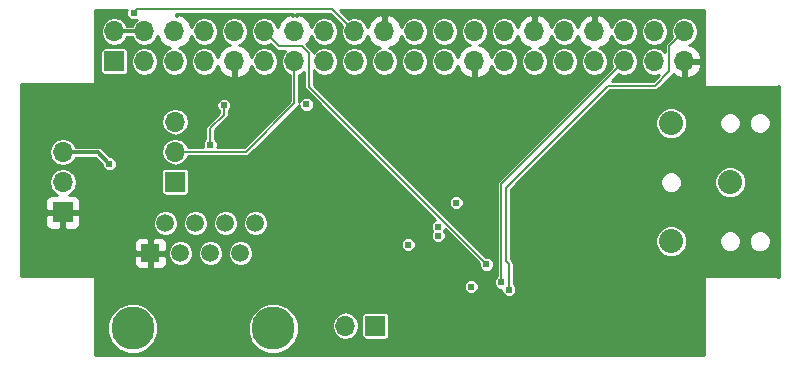
<source format=gbl>
G04 #@! TF.FileFunction,Copper,L4,Bot,Signal*
%FSLAX46Y46*%
G04 Gerber Fmt 4.6, Leading zero omitted, Abs format (unit mm)*
G04 Created by KiCad (PCBNEW 4.0.7) date Tue Mar 13 19:37:47 2018*
%MOMM*%
%LPD*%
G01*
G04 APERTURE LIST*
%ADD10C,0.025400*%
%ADD11C,2.032000*%
%ADD12C,3.650000*%
%ADD13R,1.500000X1.500000*%
%ADD14C,1.500000*%
%ADD15R,1.700000X1.700000*%
%ADD16O,1.700000X1.700000*%
%ADD17C,0.609600*%
%ADD18C,0.304800*%
%ADD19C,0.152400*%
%ADD20C,0.254000*%
G04 APERTURE END LIST*
D10*
D11*
X155000000Y-112500000D03*
X160000000Y-107500000D03*
X155000000Y-102500000D03*
D12*
X121300000Y-119850000D03*
X109430000Y-119850000D03*
D13*
X110920000Y-113500000D03*
D14*
X112190000Y-110960000D03*
X113460000Y-113500000D03*
X114730000Y-110960000D03*
X116000000Y-113500000D03*
X117270000Y-110960000D03*
X118540000Y-113500000D03*
X119810000Y-110960000D03*
D15*
X103500000Y-110040000D03*
D16*
X103500000Y-107500000D03*
X103500000Y-104960000D03*
D15*
X107870000Y-97270000D03*
D16*
X107870000Y-94730000D03*
X110410000Y-97270000D03*
X110410000Y-94730000D03*
X112950000Y-97270000D03*
X112950000Y-94730000D03*
X115490000Y-97270000D03*
X115490000Y-94730000D03*
X118030000Y-97270000D03*
X118030000Y-94730000D03*
X120570000Y-97270000D03*
X120570000Y-94730000D03*
X123110000Y-97270000D03*
X123110000Y-94730000D03*
X125650000Y-97270000D03*
X125650000Y-94730000D03*
X128190000Y-97270000D03*
X128190000Y-94730000D03*
X130730000Y-97270000D03*
X130730000Y-94730000D03*
X133270000Y-97270000D03*
X133270000Y-94730000D03*
X135810000Y-97270000D03*
X135810000Y-94730000D03*
X138350000Y-97270000D03*
X138350000Y-94730000D03*
X140890000Y-97270000D03*
X140890000Y-94730000D03*
X143430000Y-97270000D03*
X143430000Y-94730000D03*
X145970000Y-97270000D03*
X145970000Y-94730000D03*
X148510000Y-97270000D03*
X148510000Y-94730000D03*
X151050000Y-97270000D03*
X151050000Y-94730000D03*
X153590000Y-97270000D03*
X153590000Y-94730000D03*
X156130000Y-97270000D03*
X156130000Y-94730000D03*
D15*
X129967180Y-119642320D03*
D16*
X127427180Y-119642320D03*
D15*
X113012580Y-107445120D03*
D16*
X113012580Y-104905120D03*
X113012580Y-102365120D03*
D17*
X135270580Y-111255120D03*
X136794580Y-109223120D03*
X135270580Y-112017120D03*
X124119980Y-100917320D03*
X132730580Y-112779120D03*
X138064580Y-116335120D03*
X126955898Y-103149522D03*
X118074780Y-106251320D03*
X105654180Y-103711320D03*
X122595980Y-102339720D03*
X110124580Y-103635120D03*
X132476580Y-109223120D03*
X140889180Y-117864320D03*
X107432180Y-105946520D03*
X109489580Y-93170320D03*
X115966580Y-104320920D03*
X117140180Y-100973320D03*
X139365180Y-114435320D03*
X140635180Y-115959320D03*
X141270180Y-116594320D03*
D18*
X107432180Y-105946520D02*
X106445660Y-104960000D01*
X106445660Y-104960000D02*
X103500000Y-104960000D01*
X110410000Y-94730000D02*
X107870000Y-94730000D01*
D19*
X109489580Y-93170320D02*
X109794379Y-92865521D01*
X109794379Y-92865521D02*
X126325521Y-92865521D01*
X126325521Y-92865521D02*
X128190000Y-94730000D01*
X115966580Y-104320920D02*
X115966580Y-102944625D01*
X115966580Y-102944625D02*
X117140180Y-101771025D01*
X117140180Y-100973320D02*
X117140180Y-101771025D01*
X139365180Y-114435320D02*
X124348580Y-99418720D01*
X121829720Y-95989720D02*
X120570000Y-94730000D01*
X124348580Y-99418720D02*
X124348580Y-96599320D01*
X124348580Y-96599320D02*
X123738980Y-95989720D01*
X123738980Y-95989720D02*
X121829720Y-95989720D01*
X140635180Y-115959320D02*
X140635180Y-107684820D01*
X140635180Y-107684820D02*
X151050000Y-97270000D01*
X156130000Y-94730000D02*
X154853980Y-96006020D01*
X141270180Y-114387810D02*
X141270180Y-116594320D01*
X154853980Y-96006020D02*
X154853980Y-98097920D01*
X154853980Y-98097920D02*
X153629580Y-99322320D01*
X153629580Y-99322320D02*
X149652180Y-99322320D01*
X149652180Y-99322320D02*
X141016180Y-107958320D01*
X141016180Y-107958320D02*
X141016180Y-114133810D01*
X141016180Y-114133810D02*
X141270180Y-114387810D01*
X119014580Y-104905120D02*
X123110000Y-100809700D01*
X123110000Y-100809700D02*
X123110000Y-97270000D01*
X113012580Y-104905120D02*
X119014580Y-104905120D01*
D20*
G36*
X108854691Y-93043457D02*
X108854470Y-93296075D01*
X108950940Y-93529548D01*
X109129412Y-93708333D01*
X109362717Y-93805209D01*
X109615335Y-93805430D01*
X109773332Y-93740146D01*
X109575473Y-93872352D01*
X109324873Y-94247400D01*
X108955127Y-94247400D01*
X108704527Y-93872352D01*
X108321643Y-93616516D01*
X107870000Y-93526679D01*
X107418357Y-93616516D01*
X107035473Y-93872352D01*
X106779637Y-94255236D01*
X106689800Y-94706879D01*
X106689800Y-94753121D01*
X106779637Y-95204764D01*
X107035473Y-95587648D01*
X107418357Y-95843484D01*
X107870000Y-95933321D01*
X108321643Y-95843484D01*
X108704527Y-95587648D01*
X108955127Y-95212600D01*
X109324873Y-95212600D01*
X109575473Y-95587648D01*
X109958357Y-95843484D01*
X110410000Y-95933321D01*
X110861643Y-95843484D01*
X111244527Y-95587648D01*
X111500363Y-95204764D01*
X111519258Y-95109770D01*
X111754817Y-95611358D01*
X112183076Y-96001645D01*
X112537968Y-96148637D01*
X112498357Y-96156516D01*
X112115473Y-96412352D01*
X111859637Y-96795236D01*
X111769800Y-97246879D01*
X111769800Y-97293121D01*
X111859637Y-97744764D01*
X112115473Y-98127648D01*
X112498357Y-98383484D01*
X112950000Y-98473321D01*
X113401643Y-98383484D01*
X113784527Y-98127648D01*
X114040363Y-97744764D01*
X114130200Y-97293121D01*
X114130200Y-97246879D01*
X114309800Y-97246879D01*
X114309800Y-97293121D01*
X114399637Y-97744764D01*
X114655473Y-98127648D01*
X115038357Y-98383484D01*
X115490000Y-98473321D01*
X115941643Y-98383484D01*
X116324527Y-98127648D01*
X116580363Y-97744764D01*
X116599258Y-97649770D01*
X116834817Y-98151358D01*
X117263076Y-98541645D01*
X117673110Y-98711476D01*
X117903000Y-98590155D01*
X117903000Y-97397000D01*
X117883000Y-97397000D01*
X117883000Y-97143000D01*
X117903000Y-97143000D01*
X117903000Y-97123000D01*
X118157000Y-97123000D01*
X118157000Y-97143000D01*
X118177000Y-97143000D01*
X118177000Y-97397000D01*
X118157000Y-97397000D01*
X118157000Y-98590155D01*
X118386890Y-98711476D01*
X118796924Y-98541645D01*
X119225183Y-98151358D01*
X119460742Y-97649770D01*
X119479637Y-97744764D01*
X119735473Y-98127648D01*
X120118357Y-98383484D01*
X120570000Y-98473321D01*
X121021643Y-98383484D01*
X121404527Y-98127648D01*
X121660363Y-97744764D01*
X121750200Y-97293121D01*
X121750200Y-97246879D01*
X121660363Y-96795236D01*
X121404527Y-96412352D01*
X121021643Y-96156516D01*
X120570000Y-96066679D01*
X120118357Y-96156516D01*
X119735473Y-96412352D01*
X119479637Y-96795236D01*
X119460742Y-96890230D01*
X119225183Y-96388642D01*
X118796924Y-95998355D01*
X118442032Y-95851363D01*
X118481643Y-95843484D01*
X118864527Y-95587648D01*
X119120363Y-95204764D01*
X119210200Y-94753121D01*
X119210200Y-94706879D01*
X119120363Y-94255236D01*
X118864527Y-93872352D01*
X118481643Y-93616516D01*
X118030000Y-93526679D01*
X117578357Y-93616516D01*
X117195473Y-93872352D01*
X116939637Y-94255236D01*
X116849800Y-94706879D01*
X116849800Y-94753121D01*
X116939637Y-95204764D01*
X117195473Y-95587648D01*
X117578357Y-95843484D01*
X117617968Y-95851363D01*
X117263076Y-95998355D01*
X116834817Y-96388642D01*
X116599258Y-96890230D01*
X116580363Y-96795236D01*
X116324527Y-96412352D01*
X115941643Y-96156516D01*
X115490000Y-96066679D01*
X115038357Y-96156516D01*
X114655473Y-96412352D01*
X114399637Y-96795236D01*
X114309800Y-97246879D01*
X114130200Y-97246879D01*
X114040363Y-96795236D01*
X113784527Y-96412352D01*
X113401643Y-96156516D01*
X113362032Y-96148637D01*
X113716924Y-96001645D01*
X114145183Y-95611358D01*
X114380742Y-95109770D01*
X114399637Y-95204764D01*
X114655473Y-95587648D01*
X115038357Y-95843484D01*
X115490000Y-95933321D01*
X115941643Y-95843484D01*
X116324527Y-95587648D01*
X116580363Y-95204764D01*
X116670200Y-94753121D01*
X116670200Y-94706879D01*
X116580363Y-94255236D01*
X116324527Y-93872352D01*
X115941643Y-93616516D01*
X115490000Y-93526679D01*
X115038357Y-93616516D01*
X114655473Y-93872352D01*
X114399637Y-94255236D01*
X114380742Y-94350230D01*
X114145183Y-93848642D01*
X113716924Y-93458355D01*
X113306890Y-93288524D01*
X113077002Y-93409844D01*
X113077002Y-93271921D01*
X122982998Y-93271921D01*
X122982998Y-93409844D01*
X122753110Y-93288524D01*
X122343076Y-93458355D01*
X121914817Y-93848642D01*
X121679258Y-94350230D01*
X121660363Y-94255236D01*
X121404527Y-93872352D01*
X121021643Y-93616516D01*
X120570000Y-93526679D01*
X120118357Y-93616516D01*
X119735473Y-93872352D01*
X119479637Y-94255236D01*
X119389800Y-94706879D01*
X119389800Y-94753121D01*
X119479637Y-95204764D01*
X119735473Y-95587648D01*
X120118357Y-95843484D01*
X120570000Y-95933321D01*
X121021643Y-95843484D01*
X121073859Y-95808595D01*
X121542352Y-96277088D01*
X121674197Y-96365185D01*
X121829720Y-96396120D01*
X122299766Y-96396120D01*
X122275473Y-96412352D01*
X122019637Y-96795236D01*
X121929800Y-97246879D01*
X121929800Y-97293121D01*
X122019637Y-97744764D01*
X122275473Y-98127648D01*
X122658357Y-98383484D01*
X122703600Y-98392483D01*
X122703600Y-100641363D01*
X118846244Y-104498720D01*
X116580318Y-104498720D01*
X116601469Y-104447783D01*
X116601690Y-104195165D01*
X116505220Y-103961692D01*
X116372980Y-103829220D01*
X116372980Y-103112961D01*
X117427548Y-102058393D01*
X117515645Y-101926548D01*
X117546580Y-101771025D01*
X117546580Y-101464871D01*
X117678193Y-101333488D01*
X117775069Y-101100183D01*
X117775290Y-100847565D01*
X117678820Y-100614092D01*
X117500348Y-100435307D01*
X117267043Y-100338431D01*
X117014425Y-100338210D01*
X116780952Y-100434680D01*
X116602167Y-100613152D01*
X116505291Y-100846457D01*
X116505070Y-101099075D01*
X116601540Y-101332548D01*
X116733780Y-101465020D01*
X116733780Y-101602689D01*
X115679212Y-102657257D01*
X115591115Y-102789102D01*
X115560180Y-102944625D01*
X115560180Y-103829369D01*
X115428567Y-103960752D01*
X115331691Y-104194057D01*
X115331470Y-104446675D01*
X115352975Y-104498720D01*
X114135063Y-104498720D01*
X114126064Y-104453477D01*
X113870228Y-104070593D01*
X113487344Y-103814757D01*
X113035701Y-103724920D01*
X112989459Y-103724920D01*
X112537816Y-103814757D01*
X112154932Y-104070593D01*
X111899096Y-104453477D01*
X111809259Y-104905120D01*
X111899096Y-105356763D01*
X112154932Y-105739647D01*
X112537816Y-105995483D01*
X112989459Y-106085320D01*
X113035701Y-106085320D01*
X113487344Y-105995483D01*
X113870228Y-105739647D01*
X114126064Y-105356763D01*
X114135063Y-105311520D01*
X119014580Y-105311520D01*
X119170103Y-105280585D01*
X119301948Y-105192488D01*
X123397369Y-101097068D01*
X123484937Y-100966013D01*
X123484870Y-101043075D01*
X123581340Y-101276548D01*
X123759812Y-101455333D01*
X123993117Y-101552209D01*
X124245735Y-101552430D01*
X124479208Y-101455960D01*
X124657993Y-101277488D01*
X124754869Y-101044183D01*
X124755090Y-100791565D01*
X124658620Y-100558092D01*
X124480148Y-100379307D01*
X124246843Y-100282431D01*
X123994225Y-100282210D01*
X123760752Y-100378680D01*
X123581967Y-100557152D01*
X123516400Y-100715056D01*
X123516400Y-98392483D01*
X123561643Y-98383484D01*
X123942180Y-98129216D01*
X123942180Y-99418720D01*
X123973115Y-99574243D01*
X123996799Y-99609688D01*
X124061212Y-99706088D01*
X135024749Y-110669625D01*
X134911352Y-110716480D01*
X134732567Y-110894952D01*
X134635691Y-111128257D01*
X134635470Y-111380875D01*
X134731940Y-111614348D01*
X134753555Y-111636001D01*
X134732567Y-111656952D01*
X134635691Y-111890257D01*
X134635470Y-112142875D01*
X134731940Y-112376348D01*
X134910412Y-112555133D01*
X135143717Y-112652009D01*
X135396335Y-112652230D01*
X135629808Y-112555760D01*
X135808593Y-112377288D01*
X135905469Y-112143983D01*
X135905690Y-111891365D01*
X135809220Y-111657892D01*
X135787605Y-111636239D01*
X135808593Y-111615288D01*
X135856071Y-111500947D01*
X138730233Y-114375109D01*
X138730070Y-114561075D01*
X138826540Y-114794548D01*
X139005012Y-114973333D01*
X139238317Y-115070209D01*
X139490935Y-115070430D01*
X139724408Y-114973960D01*
X139903193Y-114795488D01*
X140000069Y-114562183D01*
X140000290Y-114309565D01*
X139903820Y-114076092D01*
X139725348Y-113897307D01*
X139492043Y-113800431D01*
X139304863Y-113800267D01*
X134853471Y-109348875D01*
X136159470Y-109348875D01*
X136255940Y-109582348D01*
X136434412Y-109761133D01*
X136667717Y-109858009D01*
X136920335Y-109858230D01*
X137153808Y-109761760D01*
X137332593Y-109583288D01*
X137429469Y-109349983D01*
X137429690Y-109097365D01*
X137333220Y-108863892D01*
X137154748Y-108685107D01*
X136921443Y-108588231D01*
X136668825Y-108588010D01*
X136435352Y-108684480D01*
X136256567Y-108862952D01*
X136159691Y-109096257D01*
X136159470Y-109348875D01*
X134853471Y-109348875D01*
X124754980Y-99250384D01*
X124754980Y-98037114D01*
X124815473Y-98127648D01*
X125198357Y-98383484D01*
X125650000Y-98473321D01*
X126101643Y-98383484D01*
X126484527Y-98127648D01*
X126740363Y-97744764D01*
X126830200Y-97293121D01*
X126830200Y-97246879D01*
X127009800Y-97246879D01*
X127009800Y-97293121D01*
X127099637Y-97744764D01*
X127355473Y-98127648D01*
X127738357Y-98383484D01*
X128190000Y-98473321D01*
X128641643Y-98383484D01*
X129024527Y-98127648D01*
X129280363Y-97744764D01*
X129370200Y-97293121D01*
X129370200Y-97246879D01*
X129280363Y-96795236D01*
X129024527Y-96412352D01*
X128641643Y-96156516D01*
X128190000Y-96066679D01*
X127738357Y-96156516D01*
X127355473Y-96412352D01*
X127099637Y-96795236D01*
X127009800Y-97246879D01*
X126830200Y-97246879D01*
X126740363Y-96795236D01*
X126484527Y-96412352D01*
X126101643Y-96156516D01*
X125650000Y-96066679D01*
X125198357Y-96156516D01*
X124815473Y-96412352D01*
X124740199Y-96525007D01*
X124724046Y-96443798D01*
X124635948Y-96311952D01*
X124111690Y-95787694D01*
X124305183Y-95611358D01*
X124540742Y-95109770D01*
X124559637Y-95204764D01*
X124815473Y-95587648D01*
X125198357Y-95843484D01*
X125650000Y-95933321D01*
X126101643Y-95843484D01*
X126484527Y-95587648D01*
X126740363Y-95204764D01*
X126830200Y-94753121D01*
X126830200Y-94706879D01*
X126740363Y-94255236D01*
X126484527Y-93872352D01*
X126101643Y-93616516D01*
X125650000Y-93526679D01*
X125198357Y-93616516D01*
X124815473Y-93872352D01*
X124559637Y-94255236D01*
X124540742Y-94350230D01*
X124305183Y-93848642D01*
X123876924Y-93458355D01*
X123466890Y-93288524D01*
X123237002Y-93409844D01*
X123237002Y-93271921D01*
X126157185Y-93271921D01*
X127116004Y-94230741D01*
X127099637Y-94255236D01*
X127009800Y-94706879D01*
X127009800Y-94753121D01*
X127099637Y-95204764D01*
X127355473Y-95587648D01*
X127738357Y-95843484D01*
X128190000Y-95933321D01*
X128641643Y-95843484D01*
X129024527Y-95587648D01*
X129280363Y-95204764D01*
X129299258Y-95109770D01*
X129534817Y-95611358D01*
X129963076Y-96001645D01*
X130317968Y-96148637D01*
X130278357Y-96156516D01*
X129895473Y-96412352D01*
X129639637Y-96795236D01*
X129549800Y-97246879D01*
X129549800Y-97293121D01*
X129639637Y-97744764D01*
X129895473Y-98127648D01*
X130278357Y-98383484D01*
X130730000Y-98473321D01*
X131181643Y-98383484D01*
X131564527Y-98127648D01*
X131820363Y-97744764D01*
X131910200Y-97293121D01*
X131910200Y-97246879D01*
X132089800Y-97246879D01*
X132089800Y-97293121D01*
X132179637Y-97744764D01*
X132435473Y-98127648D01*
X132818357Y-98383484D01*
X133270000Y-98473321D01*
X133721643Y-98383484D01*
X134104527Y-98127648D01*
X134360363Y-97744764D01*
X134450200Y-97293121D01*
X134450200Y-97246879D01*
X134629800Y-97246879D01*
X134629800Y-97293121D01*
X134719637Y-97744764D01*
X134975473Y-98127648D01*
X135358357Y-98383484D01*
X135810000Y-98473321D01*
X136261643Y-98383484D01*
X136644527Y-98127648D01*
X136900363Y-97744764D01*
X136919258Y-97649770D01*
X137154817Y-98151358D01*
X137583076Y-98541645D01*
X137993110Y-98711476D01*
X138223000Y-98590155D01*
X138223000Y-97397000D01*
X138203000Y-97397000D01*
X138203000Y-97143000D01*
X138223000Y-97143000D01*
X138223000Y-97123000D01*
X138477000Y-97123000D01*
X138477000Y-97143000D01*
X138497000Y-97143000D01*
X138497000Y-97397000D01*
X138477000Y-97397000D01*
X138477000Y-98590155D01*
X138706890Y-98711476D01*
X139116924Y-98541645D01*
X139545183Y-98151358D01*
X139780742Y-97649770D01*
X139799637Y-97744764D01*
X140055473Y-98127648D01*
X140438357Y-98383484D01*
X140890000Y-98473321D01*
X141341643Y-98383484D01*
X141724527Y-98127648D01*
X141980363Y-97744764D01*
X142070200Y-97293121D01*
X142070200Y-97246879D01*
X141980363Y-96795236D01*
X141724527Y-96412352D01*
X141341643Y-96156516D01*
X140890000Y-96066679D01*
X140438357Y-96156516D01*
X140055473Y-96412352D01*
X139799637Y-96795236D01*
X139780742Y-96890230D01*
X139545183Y-96388642D01*
X139116924Y-95998355D01*
X138762032Y-95851363D01*
X138801643Y-95843484D01*
X139184527Y-95587648D01*
X139440363Y-95204764D01*
X139530200Y-94753121D01*
X139530200Y-94706879D01*
X139709800Y-94706879D01*
X139709800Y-94753121D01*
X139799637Y-95204764D01*
X140055473Y-95587648D01*
X140438357Y-95843484D01*
X140890000Y-95933321D01*
X141341643Y-95843484D01*
X141724527Y-95587648D01*
X141980363Y-95204764D01*
X141999258Y-95109770D01*
X142234817Y-95611358D01*
X142663076Y-96001645D01*
X143017968Y-96148637D01*
X142978357Y-96156516D01*
X142595473Y-96412352D01*
X142339637Y-96795236D01*
X142249800Y-97246879D01*
X142249800Y-97293121D01*
X142339637Y-97744764D01*
X142595473Y-98127648D01*
X142978357Y-98383484D01*
X143430000Y-98473321D01*
X143881643Y-98383484D01*
X144264527Y-98127648D01*
X144520363Y-97744764D01*
X144610200Y-97293121D01*
X144610200Y-97246879D01*
X144789800Y-97246879D01*
X144789800Y-97293121D01*
X144879637Y-97744764D01*
X145135473Y-98127648D01*
X145518357Y-98383484D01*
X145970000Y-98473321D01*
X146421643Y-98383484D01*
X146804527Y-98127648D01*
X147060363Y-97744764D01*
X147150200Y-97293121D01*
X147150200Y-97246879D01*
X147060363Y-96795236D01*
X146804527Y-96412352D01*
X146421643Y-96156516D01*
X145970000Y-96066679D01*
X145518357Y-96156516D01*
X145135473Y-96412352D01*
X144879637Y-96795236D01*
X144789800Y-97246879D01*
X144610200Y-97246879D01*
X144520363Y-96795236D01*
X144264527Y-96412352D01*
X143881643Y-96156516D01*
X143842032Y-96148637D01*
X144196924Y-96001645D01*
X144625183Y-95611358D01*
X144860742Y-95109770D01*
X144879637Y-95204764D01*
X145135473Y-95587648D01*
X145518357Y-95843484D01*
X145970000Y-95933321D01*
X146421643Y-95843484D01*
X146804527Y-95587648D01*
X147060363Y-95204764D01*
X147079258Y-95109770D01*
X147314817Y-95611358D01*
X147743076Y-96001645D01*
X148097968Y-96148637D01*
X148058357Y-96156516D01*
X147675473Y-96412352D01*
X147419637Y-96795236D01*
X147329800Y-97246879D01*
X147329800Y-97293121D01*
X147419637Y-97744764D01*
X147675473Y-98127648D01*
X148058357Y-98383484D01*
X148510000Y-98473321D01*
X148961643Y-98383484D01*
X149344527Y-98127648D01*
X149600363Y-97744764D01*
X149690200Y-97293121D01*
X149690200Y-97246879D01*
X149600363Y-96795236D01*
X149344527Y-96412352D01*
X148961643Y-96156516D01*
X148922032Y-96148637D01*
X149276924Y-96001645D01*
X149705183Y-95611358D01*
X149940742Y-95109770D01*
X149959637Y-95204764D01*
X150215473Y-95587648D01*
X150598357Y-95843484D01*
X151050000Y-95933321D01*
X151501643Y-95843484D01*
X151884527Y-95587648D01*
X152140363Y-95204764D01*
X152230200Y-94753121D01*
X152230200Y-94706879D01*
X152409800Y-94706879D01*
X152409800Y-94753121D01*
X152499637Y-95204764D01*
X152755473Y-95587648D01*
X153138357Y-95843484D01*
X153590000Y-95933321D01*
X154041643Y-95843484D01*
X154424527Y-95587648D01*
X154680363Y-95204764D01*
X154770200Y-94753121D01*
X154770200Y-94706879D01*
X154680363Y-94255236D01*
X154424527Y-93872352D01*
X154041643Y-93616516D01*
X153590000Y-93526679D01*
X153138357Y-93616516D01*
X152755473Y-93872352D01*
X152499637Y-94255236D01*
X152409800Y-94706879D01*
X152230200Y-94706879D01*
X152140363Y-94255236D01*
X151884527Y-93872352D01*
X151501643Y-93616516D01*
X151050000Y-93526679D01*
X150598357Y-93616516D01*
X150215473Y-93872352D01*
X149959637Y-94255236D01*
X149940742Y-94350230D01*
X149705183Y-93848642D01*
X149276924Y-93458355D01*
X148866890Y-93288524D01*
X148637000Y-93409845D01*
X148637000Y-94603000D01*
X148657000Y-94603000D01*
X148657000Y-94857000D01*
X148637000Y-94857000D01*
X148637000Y-94877000D01*
X148383000Y-94877000D01*
X148383000Y-94857000D01*
X148363000Y-94857000D01*
X148363000Y-94603000D01*
X148383000Y-94603000D01*
X148383000Y-93409845D01*
X148153110Y-93288524D01*
X147743076Y-93458355D01*
X147314817Y-93848642D01*
X147079258Y-94350230D01*
X147060363Y-94255236D01*
X146804527Y-93872352D01*
X146421643Y-93616516D01*
X145970000Y-93526679D01*
X145518357Y-93616516D01*
X145135473Y-93872352D01*
X144879637Y-94255236D01*
X144860742Y-94350230D01*
X144625183Y-93848642D01*
X144196924Y-93458355D01*
X143786890Y-93288524D01*
X143557000Y-93409845D01*
X143557000Y-94603000D01*
X143577000Y-94603000D01*
X143577000Y-94857000D01*
X143557000Y-94857000D01*
X143557000Y-94877000D01*
X143303000Y-94877000D01*
X143303000Y-94857000D01*
X143283000Y-94857000D01*
X143283000Y-94603000D01*
X143303000Y-94603000D01*
X143303000Y-93409845D01*
X143073110Y-93288524D01*
X142663076Y-93458355D01*
X142234817Y-93848642D01*
X141999258Y-94350230D01*
X141980363Y-94255236D01*
X141724527Y-93872352D01*
X141341643Y-93616516D01*
X140890000Y-93526679D01*
X140438357Y-93616516D01*
X140055473Y-93872352D01*
X139799637Y-94255236D01*
X139709800Y-94706879D01*
X139530200Y-94706879D01*
X139440363Y-94255236D01*
X139184527Y-93872352D01*
X138801643Y-93616516D01*
X138350000Y-93526679D01*
X137898357Y-93616516D01*
X137515473Y-93872352D01*
X137259637Y-94255236D01*
X137169800Y-94706879D01*
X137169800Y-94753121D01*
X137259637Y-95204764D01*
X137515473Y-95587648D01*
X137898357Y-95843484D01*
X137937968Y-95851363D01*
X137583076Y-95998355D01*
X137154817Y-96388642D01*
X136919258Y-96890230D01*
X136900363Y-96795236D01*
X136644527Y-96412352D01*
X136261643Y-96156516D01*
X135810000Y-96066679D01*
X135358357Y-96156516D01*
X134975473Y-96412352D01*
X134719637Y-96795236D01*
X134629800Y-97246879D01*
X134450200Y-97246879D01*
X134360363Y-96795236D01*
X134104527Y-96412352D01*
X133721643Y-96156516D01*
X133270000Y-96066679D01*
X132818357Y-96156516D01*
X132435473Y-96412352D01*
X132179637Y-96795236D01*
X132089800Y-97246879D01*
X131910200Y-97246879D01*
X131820363Y-96795236D01*
X131564527Y-96412352D01*
X131181643Y-96156516D01*
X131142032Y-96148637D01*
X131496924Y-96001645D01*
X131925183Y-95611358D01*
X132160742Y-95109770D01*
X132179637Y-95204764D01*
X132435473Y-95587648D01*
X132818357Y-95843484D01*
X133270000Y-95933321D01*
X133721643Y-95843484D01*
X134104527Y-95587648D01*
X134360363Y-95204764D01*
X134450200Y-94753121D01*
X134450200Y-94706879D01*
X134629800Y-94706879D01*
X134629800Y-94753121D01*
X134719637Y-95204764D01*
X134975473Y-95587648D01*
X135358357Y-95843484D01*
X135810000Y-95933321D01*
X136261643Y-95843484D01*
X136644527Y-95587648D01*
X136900363Y-95204764D01*
X136990200Y-94753121D01*
X136990200Y-94706879D01*
X136900363Y-94255236D01*
X136644527Y-93872352D01*
X136261643Y-93616516D01*
X135810000Y-93526679D01*
X135358357Y-93616516D01*
X134975473Y-93872352D01*
X134719637Y-94255236D01*
X134629800Y-94706879D01*
X134450200Y-94706879D01*
X134360363Y-94255236D01*
X134104527Y-93872352D01*
X133721643Y-93616516D01*
X133270000Y-93526679D01*
X132818357Y-93616516D01*
X132435473Y-93872352D01*
X132179637Y-94255236D01*
X132160742Y-94350230D01*
X131925183Y-93848642D01*
X131496924Y-93458355D01*
X131086890Y-93288524D01*
X130857000Y-93409845D01*
X130857000Y-94603000D01*
X130877000Y-94603000D01*
X130877000Y-94857000D01*
X130857000Y-94857000D01*
X130857000Y-94877000D01*
X130603000Y-94877000D01*
X130603000Y-94857000D01*
X130583000Y-94857000D01*
X130583000Y-94603000D01*
X130603000Y-94603000D01*
X130603000Y-93409845D01*
X130373110Y-93288524D01*
X129963076Y-93458355D01*
X129534817Y-93848642D01*
X129299258Y-94350230D01*
X129280363Y-94255236D01*
X129024527Y-93872352D01*
X128641643Y-93616516D01*
X128190000Y-93526679D01*
X127738357Y-93616516D01*
X127686142Y-93651405D01*
X126955056Y-92920320D01*
X157774980Y-92920320D01*
X157774980Y-99320279D01*
X157783665Y-99366438D01*
X157810945Y-99408832D01*
X157852570Y-99437273D01*
X157901980Y-99447279D01*
X163997980Y-99447279D01*
X164044139Y-99438594D01*
X164086533Y-99411314D01*
X164107380Y-99380803D01*
X164107380Y-115547028D01*
X164083532Y-115509967D01*
X164041907Y-115481526D01*
X163992497Y-115471520D01*
X157896497Y-115471520D01*
X157850338Y-115480205D01*
X157807944Y-115507485D01*
X157779503Y-115549110D01*
X157769497Y-115598520D01*
X157769497Y-122109920D01*
X106212980Y-122109920D01*
X106212980Y-120276815D01*
X107274427Y-120276815D01*
X107601845Y-121069228D01*
X108207583Y-121676024D01*
X108999423Y-122004825D01*
X109856815Y-122005573D01*
X110649228Y-121678155D01*
X111256024Y-121072417D01*
X111584825Y-120280577D01*
X111584828Y-120276815D01*
X119144427Y-120276815D01*
X119471845Y-121069228D01*
X120077583Y-121676024D01*
X120869423Y-122004825D01*
X121726815Y-122005573D01*
X122519228Y-121678155D01*
X123126024Y-121072417D01*
X123454825Y-120280577D01*
X123455401Y-119619199D01*
X126246980Y-119619199D01*
X126246980Y-119665441D01*
X126336817Y-120117084D01*
X126592653Y-120499968D01*
X126975537Y-120755804D01*
X127427180Y-120845641D01*
X127878823Y-120755804D01*
X128261707Y-120499968D01*
X128517543Y-120117084D01*
X128607380Y-119665441D01*
X128607380Y-119619199D01*
X128517543Y-119167556D01*
X128266818Y-118792320D01*
X128780511Y-118792320D01*
X128780511Y-120492320D01*
X128803536Y-120614685D01*
X128875853Y-120727069D01*
X128986197Y-120802464D01*
X129117180Y-120828989D01*
X130817180Y-120828989D01*
X130939545Y-120805964D01*
X131051929Y-120733647D01*
X131127324Y-120623303D01*
X131153849Y-120492320D01*
X131153849Y-118792320D01*
X131130824Y-118669955D01*
X131058507Y-118557571D01*
X130948163Y-118482176D01*
X130817180Y-118455651D01*
X129117180Y-118455651D01*
X128994815Y-118478676D01*
X128882431Y-118550993D01*
X128807036Y-118661337D01*
X128780511Y-118792320D01*
X128266818Y-118792320D01*
X128261707Y-118784672D01*
X127878823Y-118528836D01*
X127427180Y-118438999D01*
X126975537Y-118528836D01*
X126592653Y-118784672D01*
X126336817Y-119167556D01*
X126246980Y-119619199D01*
X123455401Y-119619199D01*
X123455573Y-119423185D01*
X123128155Y-118630772D01*
X122522417Y-118023976D01*
X121730577Y-117695175D01*
X120873185Y-117694427D01*
X120080772Y-118021845D01*
X119473976Y-118627583D01*
X119145175Y-119419423D01*
X119144427Y-120276815D01*
X111584828Y-120276815D01*
X111585573Y-119423185D01*
X111258155Y-118630772D01*
X110652417Y-118023976D01*
X109860577Y-117695175D01*
X109003185Y-117694427D01*
X108210772Y-118021845D01*
X107603976Y-118627583D01*
X107275175Y-119419423D01*
X107274427Y-120276815D01*
X106212980Y-120276815D01*
X106212980Y-116460875D01*
X137429470Y-116460875D01*
X137525940Y-116694348D01*
X137704412Y-116873133D01*
X137937717Y-116970009D01*
X138190335Y-116970230D01*
X138423808Y-116873760D01*
X138602593Y-116695288D01*
X138699469Y-116461983D01*
X138699690Y-116209365D01*
X138648334Y-116085075D01*
X140000070Y-116085075D01*
X140096540Y-116318548D01*
X140275012Y-116497333D01*
X140508317Y-116594209D01*
X140635180Y-116594320D01*
X140635070Y-116720075D01*
X140731540Y-116953548D01*
X140910012Y-117132333D01*
X141143317Y-117229209D01*
X141395935Y-117229430D01*
X141629408Y-117132960D01*
X141808193Y-116954488D01*
X141905069Y-116721183D01*
X141905290Y-116468565D01*
X141808820Y-116235092D01*
X141676580Y-116102620D01*
X141676580Y-114387810D01*
X141645645Y-114232287D01*
X141557548Y-114100442D01*
X141422580Y-113965474D01*
X141422580Y-112766601D01*
X153653566Y-112766601D01*
X153858081Y-113261565D01*
X154236443Y-113640588D01*
X154731049Y-113845966D01*
X155266601Y-113846434D01*
X155761565Y-113641919D01*
X156140588Y-113263557D01*
X156345966Y-112768951D01*
X156346040Y-112683603D01*
X159072739Y-112683603D01*
X159213585Y-113024474D01*
X159474154Y-113285499D01*
X159814779Y-113426939D01*
X160183603Y-113427261D01*
X160524474Y-113286415D01*
X160785499Y-113025846D01*
X160926939Y-112685221D01*
X160926940Y-112683603D01*
X161572739Y-112683603D01*
X161713585Y-113024474D01*
X161974154Y-113285499D01*
X162314779Y-113426939D01*
X162683603Y-113427261D01*
X163024474Y-113286415D01*
X163285499Y-113025846D01*
X163426939Y-112685221D01*
X163427261Y-112316397D01*
X163286415Y-111975526D01*
X163025846Y-111714501D01*
X162685221Y-111573061D01*
X162316397Y-111572739D01*
X161975526Y-111713585D01*
X161714501Y-111974154D01*
X161573061Y-112314779D01*
X161572739Y-112683603D01*
X160926940Y-112683603D01*
X160927261Y-112316397D01*
X160786415Y-111975526D01*
X160525846Y-111714501D01*
X160185221Y-111573061D01*
X159816397Y-111572739D01*
X159475526Y-111713585D01*
X159214501Y-111974154D01*
X159073061Y-112314779D01*
X159072739Y-112683603D01*
X156346040Y-112683603D01*
X156346434Y-112233399D01*
X156141919Y-111738435D01*
X155763557Y-111359412D01*
X155268951Y-111154034D01*
X154733399Y-111153566D01*
X154238435Y-111358081D01*
X153859412Y-111736443D01*
X153654034Y-112231049D01*
X153653566Y-112766601D01*
X141422580Y-112766601D01*
X141422580Y-108126656D01*
X141865633Y-107683603D01*
X154072739Y-107683603D01*
X154213585Y-108024474D01*
X154474154Y-108285499D01*
X154814779Y-108426939D01*
X155183603Y-108427261D01*
X155524474Y-108286415D01*
X155785499Y-108025846D01*
X155893147Y-107766601D01*
X158653566Y-107766601D01*
X158858081Y-108261565D01*
X159236443Y-108640588D01*
X159731049Y-108845966D01*
X160266601Y-108846434D01*
X160761565Y-108641919D01*
X161140588Y-108263557D01*
X161345966Y-107768951D01*
X161346434Y-107233399D01*
X161141919Y-106738435D01*
X160763557Y-106359412D01*
X160268951Y-106154034D01*
X159733399Y-106153566D01*
X159238435Y-106358081D01*
X158859412Y-106736443D01*
X158654034Y-107231049D01*
X158653566Y-107766601D01*
X155893147Y-107766601D01*
X155926939Y-107685221D01*
X155927261Y-107316397D01*
X155786415Y-106975526D01*
X155525846Y-106714501D01*
X155185221Y-106573061D01*
X154816397Y-106572739D01*
X154475526Y-106713585D01*
X154214501Y-106974154D01*
X154073061Y-107314779D01*
X154072739Y-107683603D01*
X141865633Y-107683603D01*
X146782635Y-102766601D01*
X153653566Y-102766601D01*
X153858081Y-103261565D01*
X154236443Y-103640588D01*
X154731049Y-103845966D01*
X155266601Y-103846434D01*
X155761565Y-103641919D01*
X156140588Y-103263557D01*
X156345966Y-102768951D01*
X156346040Y-102683603D01*
X159072739Y-102683603D01*
X159213585Y-103024474D01*
X159474154Y-103285499D01*
X159814779Y-103426939D01*
X160183603Y-103427261D01*
X160524474Y-103286415D01*
X160785499Y-103025846D01*
X160926939Y-102685221D01*
X160926940Y-102683603D01*
X161572739Y-102683603D01*
X161713585Y-103024474D01*
X161974154Y-103285499D01*
X162314779Y-103426939D01*
X162683603Y-103427261D01*
X163024474Y-103286415D01*
X163285499Y-103025846D01*
X163426939Y-102685221D01*
X163427261Y-102316397D01*
X163286415Y-101975526D01*
X163025846Y-101714501D01*
X162685221Y-101573061D01*
X162316397Y-101572739D01*
X161975526Y-101713585D01*
X161714501Y-101974154D01*
X161573061Y-102314779D01*
X161572739Y-102683603D01*
X160926940Y-102683603D01*
X160927261Y-102316397D01*
X160786415Y-101975526D01*
X160525846Y-101714501D01*
X160185221Y-101573061D01*
X159816397Y-101572739D01*
X159475526Y-101713585D01*
X159214501Y-101974154D01*
X159073061Y-102314779D01*
X159072739Y-102683603D01*
X156346040Y-102683603D01*
X156346434Y-102233399D01*
X156141919Y-101738435D01*
X155763557Y-101359412D01*
X155268951Y-101154034D01*
X154733399Y-101153566D01*
X154238435Y-101358081D01*
X153859412Y-101736443D01*
X153654034Y-102231049D01*
X153653566Y-102766601D01*
X146782635Y-102766601D01*
X149820516Y-99728720D01*
X153629580Y-99728720D01*
X153785103Y-99697785D01*
X153916948Y-99609688D01*
X155141348Y-98385288D01*
X155160332Y-98356877D01*
X155363076Y-98541645D01*
X155773110Y-98711476D01*
X156003000Y-98590155D01*
X156003000Y-97397000D01*
X156257000Y-97397000D01*
X156257000Y-98590155D01*
X156486890Y-98711476D01*
X156896924Y-98541645D01*
X157325183Y-98151358D01*
X157571486Y-97626892D01*
X157450819Y-97397000D01*
X156257000Y-97397000D01*
X156003000Y-97397000D01*
X155983000Y-97397000D01*
X155983000Y-97143000D01*
X156003000Y-97143000D01*
X156003000Y-97123000D01*
X156257000Y-97123000D01*
X156257000Y-97143000D01*
X157450819Y-97143000D01*
X157571486Y-96913108D01*
X157325183Y-96388642D01*
X156896924Y-95998355D01*
X156542032Y-95851363D01*
X156581643Y-95843484D01*
X156964527Y-95587648D01*
X157220363Y-95204764D01*
X157310200Y-94753121D01*
X157310200Y-94706879D01*
X157220363Y-94255236D01*
X156964527Y-93872352D01*
X156581643Y-93616516D01*
X156130000Y-93526679D01*
X155678357Y-93616516D01*
X155295473Y-93872352D01*
X155039637Y-94255236D01*
X154949800Y-94706879D01*
X154949800Y-94753121D01*
X155039637Y-95204764D01*
X155056004Y-95229260D01*
X154566612Y-95718652D01*
X154478515Y-95850497D01*
X154447580Y-96006020D01*
X154447580Y-96446853D01*
X154424527Y-96412352D01*
X154041643Y-96156516D01*
X153590000Y-96066679D01*
X153138357Y-96156516D01*
X152755473Y-96412352D01*
X152499637Y-96795236D01*
X152409800Y-97246879D01*
X152409800Y-97293121D01*
X152499637Y-97744764D01*
X152755473Y-98127648D01*
X153138357Y-98383484D01*
X153590000Y-98473321D01*
X153981771Y-98395393D01*
X153461244Y-98915920D01*
X149978816Y-98915920D01*
X150546141Y-98348595D01*
X150598357Y-98383484D01*
X151050000Y-98473321D01*
X151501643Y-98383484D01*
X151884527Y-98127648D01*
X152140363Y-97744764D01*
X152230200Y-97293121D01*
X152230200Y-97246879D01*
X152140363Y-96795236D01*
X151884527Y-96412352D01*
X151501643Y-96156516D01*
X151050000Y-96066679D01*
X150598357Y-96156516D01*
X150215473Y-96412352D01*
X149959637Y-96795236D01*
X149869800Y-97246879D01*
X149869800Y-97293121D01*
X149959637Y-97744764D01*
X149976004Y-97769260D01*
X140347812Y-107397452D01*
X140259715Y-107529297D01*
X140228780Y-107684820D01*
X140228780Y-115467769D01*
X140097167Y-115599152D01*
X140000291Y-115832457D01*
X140000070Y-116085075D01*
X138648334Y-116085075D01*
X138603220Y-115975892D01*
X138424748Y-115797107D01*
X138191443Y-115700231D01*
X137938825Y-115700010D01*
X137705352Y-115796480D01*
X137526567Y-115974952D01*
X137429691Y-116208257D01*
X137429470Y-116460875D01*
X106212980Y-116460875D01*
X106212980Y-115595897D01*
X106204295Y-115549738D01*
X106177015Y-115507344D01*
X106135390Y-115478903D01*
X106085980Y-115468897D01*
X99917780Y-115468897D01*
X99917780Y-113785750D01*
X109535000Y-113785750D01*
X109535000Y-114376310D01*
X109631673Y-114609699D01*
X109810302Y-114788327D01*
X110043691Y-114885000D01*
X110634250Y-114885000D01*
X110793000Y-114726250D01*
X110793000Y-113627000D01*
X111047000Y-113627000D01*
X111047000Y-114726250D01*
X111205750Y-114885000D01*
X111796309Y-114885000D01*
X112029698Y-114788327D01*
X112208327Y-114609699D01*
X112305000Y-114376310D01*
X112305000Y-113785750D01*
X112233172Y-113713922D01*
X112379613Y-113713922D01*
X112543717Y-114111085D01*
X112847317Y-114415215D01*
X113244192Y-114580012D01*
X113673922Y-114580387D01*
X114071085Y-114416283D01*
X114375215Y-114112683D01*
X114540012Y-113715808D01*
X114540013Y-113713922D01*
X114919613Y-113713922D01*
X115083717Y-114111085D01*
X115387317Y-114415215D01*
X115784192Y-114580012D01*
X116213922Y-114580387D01*
X116611085Y-114416283D01*
X116915215Y-114112683D01*
X117080012Y-113715808D01*
X117080013Y-113713922D01*
X117459613Y-113713922D01*
X117623717Y-114111085D01*
X117927317Y-114415215D01*
X118324192Y-114580012D01*
X118753922Y-114580387D01*
X119151085Y-114416283D01*
X119455215Y-114112683D01*
X119620012Y-113715808D01*
X119620387Y-113286078D01*
X119462878Y-112904875D01*
X132095470Y-112904875D01*
X132191940Y-113138348D01*
X132370412Y-113317133D01*
X132603717Y-113414009D01*
X132856335Y-113414230D01*
X133089808Y-113317760D01*
X133268593Y-113139288D01*
X133365469Y-112905983D01*
X133365690Y-112653365D01*
X133269220Y-112419892D01*
X133090748Y-112241107D01*
X132857443Y-112144231D01*
X132604825Y-112144010D01*
X132371352Y-112240480D01*
X132192567Y-112418952D01*
X132095691Y-112652257D01*
X132095470Y-112904875D01*
X119462878Y-112904875D01*
X119456283Y-112888915D01*
X119152683Y-112584785D01*
X118755808Y-112419988D01*
X118326078Y-112419613D01*
X117928915Y-112583717D01*
X117624785Y-112887317D01*
X117459988Y-113284192D01*
X117459613Y-113713922D01*
X117080013Y-113713922D01*
X117080387Y-113286078D01*
X116916283Y-112888915D01*
X116612683Y-112584785D01*
X116215808Y-112419988D01*
X115786078Y-112419613D01*
X115388915Y-112583717D01*
X115084785Y-112887317D01*
X114919988Y-113284192D01*
X114919613Y-113713922D01*
X114540013Y-113713922D01*
X114540387Y-113286078D01*
X114376283Y-112888915D01*
X114072683Y-112584785D01*
X113675808Y-112419988D01*
X113246078Y-112419613D01*
X112848915Y-112583717D01*
X112544785Y-112887317D01*
X112379988Y-113284192D01*
X112379613Y-113713922D01*
X112233172Y-113713922D01*
X112146250Y-113627000D01*
X111047000Y-113627000D01*
X110793000Y-113627000D01*
X109693750Y-113627000D01*
X109535000Y-113785750D01*
X99917780Y-113785750D01*
X99917780Y-112623690D01*
X109535000Y-112623690D01*
X109535000Y-113214250D01*
X109693750Y-113373000D01*
X110793000Y-113373000D01*
X110793000Y-112273750D01*
X111047000Y-112273750D01*
X111047000Y-113373000D01*
X112146250Y-113373000D01*
X112305000Y-113214250D01*
X112305000Y-112623690D01*
X112208327Y-112390301D01*
X112029698Y-112211673D01*
X111796309Y-112115000D01*
X111205750Y-112115000D01*
X111047000Y-112273750D01*
X110793000Y-112273750D01*
X110634250Y-112115000D01*
X110043691Y-112115000D01*
X109810302Y-112211673D01*
X109631673Y-112390301D01*
X109535000Y-112623690D01*
X99917780Y-112623690D01*
X99917780Y-110325750D01*
X102015000Y-110325750D01*
X102015000Y-111016310D01*
X102111673Y-111249699D01*
X102290302Y-111428327D01*
X102523691Y-111525000D01*
X103214250Y-111525000D01*
X103373000Y-111366250D01*
X103373000Y-110167000D01*
X103627000Y-110167000D01*
X103627000Y-111366250D01*
X103785750Y-111525000D01*
X104476309Y-111525000D01*
X104709698Y-111428327D01*
X104888327Y-111249699D01*
X104919714Y-111173922D01*
X111109613Y-111173922D01*
X111273717Y-111571085D01*
X111577317Y-111875215D01*
X111974192Y-112040012D01*
X112403922Y-112040387D01*
X112801085Y-111876283D01*
X113105215Y-111572683D01*
X113270012Y-111175808D01*
X113270013Y-111173922D01*
X113649613Y-111173922D01*
X113813717Y-111571085D01*
X114117317Y-111875215D01*
X114514192Y-112040012D01*
X114943922Y-112040387D01*
X115341085Y-111876283D01*
X115645215Y-111572683D01*
X115810012Y-111175808D01*
X115810013Y-111173922D01*
X116189613Y-111173922D01*
X116353717Y-111571085D01*
X116657317Y-111875215D01*
X117054192Y-112040012D01*
X117483922Y-112040387D01*
X117881085Y-111876283D01*
X118185215Y-111572683D01*
X118350012Y-111175808D01*
X118350013Y-111173922D01*
X118729613Y-111173922D01*
X118893717Y-111571085D01*
X119197317Y-111875215D01*
X119594192Y-112040012D01*
X120023922Y-112040387D01*
X120421085Y-111876283D01*
X120725215Y-111572683D01*
X120890012Y-111175808D01*
X120890387Y-110746078D01*
X120726283Y-110348915D01*
X120422683Y-110044785D01*
X120025808Y-109879988D01*
X119596078Y-109879613D01*
X119198915Y-110043717D01*
X118894785Y-110347317D01*
X118729988Y-110744192D01*
X118729613Y-111173922D01*
X118350013Y-111173922D01*
X118350387Y-110746078D01*
X118186283Y-110348915D01*
X117882683Y-110044785D01*
X117485808Y-109879988D01*
X117056078Y-109879613D01*
X116658915Y-110043717D01*
X116354785Y-110347317D01*
X116189988Y-110744192D01*
X116189613Y-111173922D01*
X115810013Y-111173922D01*
X115810387Y-110746078D01*
X115646283Y-110348915D01*
X115342683Y-110044785D01*
X114945808Y-109879988D01*
X114516078Y-109879613D01*
X114118915Y-110043717D01*
X113814785Y-110347317D01*
X113649988Y-110744192D01*
X113649613Y-111173922D01*
X113270013Y-111173922D01*
X113270387Y-110746078D01*
X113106283Y-110348915D01*
X112802683Y-110044785D01*
X112405808Y-109879988D01*
X111976078Y-109879613D01*
X111578915Y-110043717D01*
X111274785Y-110347317D01*
X111109988Y-110744192D01*
X111109613Y-111173922D01*
X104919714Y-111173922D01*
X104985000Y-111016310D01*
X104985000Y-110325750D01*
X104826250Y-110167000D01*
X103627000Y-110167000D01*
X103373000Y-110167000D01*
X102173750Y-110167000D01*
X102015000Y-110325750D01*
X99917780Y-110325750D01*
X99917780Y-109063690D01*
X102015000Y-109063690D01*
X102015000Y-109754250D01*
X102173750Y-109913000D01*
X103373000Y-109913000D01*
X103373000Y-109893000D01*
X103627000Y-109893000D01*
X103627000Y-109913000D01*
X104826250Y-109913000D01*
X104985000Y-109754250D01*
X104985000Y-109063690D01*
X104888327Y-108830301D01*
X104709698Y-108651673D01*
X104476309Y-108555000D01*
X104027688Y-108555000D01*
X104357648Y-108334527D01*
X104613484Y-107951643D01*
X104703321Y-107500000D01*
X104613484Y-107048357D01*
X104357648Y-106665473D01*
X104252358Y-106595120D01*
X111825911Y-106595120D01*
X111825911Y-108295120D01*
X111848936Y-108417485D01*
X111921253Y-108529869D01*
X112031597Y-108605264D01*
X112162580Y-108631789D01*
X113862580Y-108631789D01*
X113984945Y-108608764D01*
X114097329Y-108536447D01*
X114172724Y-108426103D01*
X114199249Y-108295120D01*
X114199249Y-106595120D01*
X114176224Y-106472755D01*
X114103907Y-106360371D01*
X113993563Y-106284976D01*
X113862580Y-106258451D01*
X112162580Y-106258451D01*
X112040215Y-106281476D01*
X111927831Y-106353793D01*
X111852436Y-106464137D01*
X111825911Y-106595120D01*
X104252358Y-106595120D01*
X103974764Y-106409637D01*
X103523121Y-106319800D01*
X103476879Y-106319800D01*
X103025236Y-106409637D01*
X102642352Y-106665473D01*
X102386516Y-107048357D01*
X102296679Y-107500000D01*
X102386516Y-107951643D01*
X102642352Y-108334527D01*
X102972312Y-108555000D01*
X102523691Y-108555000D01*
X102290302Y-108651673D01*
X102111673Y-108830301D01*
X102015000Y-109063690D01*
X99917780Y-109063690D01*
X99917780Y-104960000D01*
X102296679Y-104960000D01*
X102386516Y-105411643D01*
X102642352Y-105794527D01*
X103025236Y-106050363D01*
X103476879Y-106140200D01*
X103523121Y-106140200D01*
X103974764Y-106050363D01*
X104357648Y-105794527D01*
X104592799Y-105442600D01*
X106245760Y-105442600D01*
X106797138Y-105993978D01*
X106797070Y-106072275D01*
X106893540Y-106305748D01*
X107072012Y-106484533D01*
X107305317Y-106581409D01*
X107557935Y-106581630D01*
X107791408Y-106485160D01*
X107970193Y-106306688D01*
X108067069Y-106073383D01*
X108067290Y-105820765D01*
X107970820Y-105587292D01*
X107792348Y-105408507D01*
X107559043Y-105311631D01*
X107479722Y-105311562D01*
X106786910Y-104618750D01*
X106630343Y-104514136D01*
X106445660Y-104477400D01*
X104592799Y-104477400D01*
X104357648Y-104125473D01*
X103974764Y-103869637D01*
X103523121Y-103779800D01*
X103476879Y-103779800D01*
X103025236Y-103869637D01*
X102642352Y-104125473D01*
X102386516Y-104508357D01*
X102296679Y-104960000D01*
X99917780Y-104960000D01*
X99917780Y-102365120D01*
X111809259Y-102365120D01*
X111899096Y-102816763D01*
X112154932Y-103199647D01*
X112537816Y-103455483D01*
X112989459Y-103545320D01*
X113035701Y-103545320D01*
X113487344Y-103455483D01*
X113870228Y-103199647D01*
X114126064Y-102816763D01*
X114215901Y-102365120D01*
X114126064Y-101913477D01*
X113870228Y-101530593D01*
X113487344Y-101274757D01*
X113035701Y-101184920D01*
X112989459Y-101184920D01*
X112537816Y-101274757D01*
X112154932Y-101530593D01*
X111899096Y-101913477D01*
X111809259Y-102365120D01*
X99917780Y-102365120D01*
X99917780Y-99199539D01*
X106085980Y-99199539D01*
X106132139Y-99190854D01*
X106174533Y-99163574D01*
X106202974Y-99121949D01*
X106212980Y-99072539D01*
X106212980Y-96420000D01*
X106683331Y-96420000D01*
X106683331Y-98120000D01*
X106706356Y-98242365D01*
X106778673Y-98354749D01*
X106889017Y-98430144D01*
X107020000Y-98456669D01*
X108720000Y-98456669D01*
X108842365Y-98433644D01*
X108954749Y-98361327D01*
X109030144Y-98250983D01*
X109056669Y-98120000D01*
X109056669Y-97246879D01*
X109229800Y-97246879D01*
X109229800Y-97293121D01*
X109319637Y-97744764D01*
X109575473Y-98127648D01*
X109958357Y-98383484D01*
X110410000Y-98473321D01*
X110861643Y-98383484D01*
X111244527Y-98127648D01*
X111500363Y-97744764D01*
X111590200Y-97293121D01*
X111590200Y-97246879D01*
X111500363Y-96795236D01*
X111244527Y-96412352D01*
X110861643Y-96156516D01*
X110410000Y-96066679D01*
X109958357Y-96156516D01*
X109575473Y-96412352D01*
X109319637Y-96795236D01*
X109229800Y-97246879D01*
X109056669Y-97246879D01*
X109056669Y-96420000D01*
X109033644Y-96297635D01*
X108961327Y-96185251D01*
X108850983Y-96109856D01*
X108720000Y-96083331D01*
X107020000Y-96083331D01*
X106897635Y-96106356D01*
X106785251Y-96178673D01*
X106709856Y-96289017D01*
X106683331Y-96420000D01*
X106212980Y-96420000D01*
X106212980Y-92920320D01*
X108905822Y-92920320D01*
X108854691Y-93043457D01*
X108854691Y-93043457D01*
G37*
X108854691Y-93043457D02*
X108854470Y-93296075D01*
X108950940Y-93529548D01*
X109129412Y-93708333D01*
X109362717Y-93805209D01*
X109615335Y-93805430D01*
X109773332Y-93740146D01*
X109575473Y-93872352D01*
X109324873Y-94247400D01*
X108955127Y-94247400D01*
X108704527Y-93872352D01*
X108321643Y-93616516D01*
X107870000Y-93526679D01*
X107418357Y-93616516D01*
X107035473Y-93872352D01*
X106779637Y-94255236D01*
X106689800Y-94706879D01*
X106689800Y-94753121D01*
X106779637Y-95204764D01*
X107035473Y-95587648D01*
X107418357Y-95843484D01*
X107870000Y-95933321D01*
X108321643Y-95843484D01*
X108704527Y-95587648D01*
X108955127Y-95212600D01*
X109324873Y-95212600D01*
X109575473Y-95587648D01*
X109958357Y-95843484D01*
X110410000Y-95933321D01*
X110861643Y-95843484D01*
X111244527Y-95587648D01*
X111500363Y-95204764D01*
X111519258Y-95109770D01*
X111754817Y-95611358D01*
X112183076Y-96001645D01*
X112537968Y-96148637D01*
X112498357Y-96156516D01*
X112115473Y-96412352D01*
X111859637Y-96795236D01*
X111769800Y-97246879D01*
X111769800Y-97293121D01*
X111859637Y-97744764D01*
X112115473Y-98127648D01*
X112498357Y-98383484D01*
X112950000Y-98473321D01*
X113401643Y-98383484D01*
X113784527Y-98127648D01*
X114040363Y-97744764D01*
X114130200Y-97293121D01*
X114130200Y-97246879D01*
X114309800Y-97246879D01*
X114309800Y-97293121D01*
X114399637Y-97744764D01*
X114655473Y-98127648D01*
X115038357Y-98383484D01*
X115490000Y-98473321D01*
X115941643Y-98383484D01*
X116324527Y-98127648D01*
X116580363Y-97744764D01*
X116599258Y-97649770D01*
X116834817Y-98151358D01*
X117263076Y-98541645D01*
X117673110Y-98711476D01*
X117903000Y-98590155D01*
X117903000Y-97397000D01*
X117883000Y-97397000D01*
X117883000Y-97143000D01*
X117903000Y-97143000D01*
X117903000Y-97123000D01*
X118157000Y-97123000D01*
X118157000Y-97143000D01*
X118177000Y-97143000D01*
X118177000Y-97397000D01*
X118157000Y-97397000D01*
X118157000Y-98590155D01*
X118386890Y-98711476D01*
X118796924Y-98541645D01*
X119225183Y-98151358D01*
X119460742Y-97649770D01*
X119479637Y-97744764D01*
X119735473Y-98127648D01*
X120118357Y-98383484D01*
X120570000Y-98473321D01*
X121021643Y-98383484D01*
X121404527Y-98127648D01*
X121660363Y-97744764D01*
X121750200Y-97293121D01*
X121750200Y-97246879D01*
X121660363Y-96795236D01*
X121404527Y-96412352D01*
X121021643Y-96156516D01*
X120570000Y-96066679D01*
X120118357Y-96156516D01*
X119735473Y-96412352D01*
X119479637Y-96795236D01*
X119460742Y-96890230D01*
X119225183Y-96388642D01*
X118796924Y-95998355D01*
X118442032Y-95851363D01*
X118481643Y-95843484D01*
X118864527Y-95587648D01*
X119120363Y-95204764D01*
X119210200Y-94753121D01*
X119210200Y-94706879D01*
X119120363Y-94255236D01*
X118864527Y-93872352D01*
X118481643Y-93616516D01*
X118030000Y-93526679D01*
X117578357Y-93616516D01*
X117195473Y-93872352D01*
X116939637Y-94255236D01*
X116849800Y-94706879D01*
X116849800Y-94753121D01*
X116939637Y-95204764D01*
X117195473Y-95587648D01*
X117578357Y-95843484D01*
X117617968Y-95851363D01*
X117263076Y-95998355D01*
X116834817Y-96388642D01*
X116599258Y-96890230D01*
X116580363Y-96795236D01*
X116324527Y-96412352D01*
X115941643Y-96156516D01*
X115490000Y-96066679D01*
X115038357Y-96156516D01*
X114655473Y-96412352D01*
X114399637Y-96795236D01*
X114309800Y-97246879D01*
X114130200Y-97246879D01*
X114040363Y-96795236D01*
X113784527Y-96412352D01*
X113401643Y-96156516D01*
X113362032Y-96148637D01*
X113716924Y-96001645D01*
X114145183Y-95611358D01*
X114380742Y-95109770D01*
X114399637Y-95204764D01*
X114655473Y-95587648D01*
X115038357Y-95843484D01*
X115490000Y-95933321D01*
X115941643Y-95843484D01*
X116324527Y-95587648D01*
X116580363Y-95204764D01*
X116670200Y-94753121D01*
X116670200Y-94706879D01*
X116580363Y-94255236D01*
X116324527Y-93872352D01*
X115941643Y-93616516D01*
X115490000Y-93526679D01*
X115038357Y-93616516D01*
X114655473Y-93872352D01*
X114399637Y-94255236D01*
X114380742Y-94350230D01*
X114145183Y-93848642D01*
X113716924Y-93458355D01*
X113306890Y-93288524D01*
X113077002Y-93409844D01*
X113077002Y-93271921D01*
X122982998Y-93271921D01*
X122982998Y-93409844D01*
X122753110Y-93288524D01*
X122343076Y-93458355D01*
X121914817Y-93848642D01*
X121679258Y-94350230D01*
X121660363Y-94255236D01*
X121404527Y-93872352D01*
X121021643Y-93616516D01*
X120570000Y-93526679D01*
X120118357Y-93616516D01*
X119735473Y-93872352D01*
X119479637Y-94255236D01*
X119389800Y-94706879D01*
X119389800Y-94753121D01*
X119479637Y-95204764D01*
X119735473Y-95587648D01*
X120118357Y-95843484D01*
X120570000Y-95933321D01*
X121021643Y-95843484D01*
X121073859Y-95808595D01*
X121542352Y-96277088D01*
X121674197Y-96365185D01*
X121829720Y-96396120D01*
X122299766Y-96396120D01*
X122275473Y-96412352D01*
X122019637Y-96795236D01*
X121929800Y-97246879D01*
X121929800Y-97293121D01*
X122019637Y-97744764D01*
X122275473Y-98127648D01*
X122658357Y-98383484D01*
X122703600Y-98392483D01*
X122703600Y-100641363D01*
X118846244Y-104498720D01*
X116580318Y-104498720D01*
X116601469Y-104447783D01*
X116601690Y-104195165D01*
X116505220Y-103961692D01*
X116372980Y-103829220D01*
X116372980Y-103112961D01*
X117427548Y-102058393D01*
X117515645Y-101926548D01*
X117546580Y-101771025D01*
X117546580Y-101464871D01*
X117678193Y-101333488D01*
X117775069Y-101100183D01*
X117775290Y-100847565D01*
X117678820Y-100614092D01*
X117500348Y-100435307D01*
X117267043Y-100338431D01*
X117014425Y-100338210D01*
X116780952Y-100434680D01*
X116602167Y-100613152D01*
X116505291Y-100846457D01*
X116505070Y-101099075D01*
X116601540Y-101332548D01*
X116733780Y-101465020D01*
X116733780Y-101602689D01*
X115679212Y-102657257D01*
X115591115Y-102789102D01*
X115560180Y-102944625D01*
X115560180Y-103829369D01*
X115428567Y-103960752D01*
X115331691Y-104194057D01*
X115331470Y-104446675D01*
X115352975Y-104498720D01*
X114135063Y-104498720D01*
X114126064Y-104453477D01*
X113870228Y-104070593D01*
X113487344Y-103814757D01*
X113035701Y-103724920D01*
X112989459Y-103724920D01*
X112537816Y-103814757D01*
X112154932Y-104070593D01*
X111899096Y-104453477D01*
X111809259Y-104905120D01*
X111899096Y-105356763D01*
X112154932Y-105739647D01*
X112537816Y-105995483D01*
X112989459Y-106085320D01*
X113035701Y-106085320D01*
X113487344Y-105995483D01*
X113870228Y-105739647D01*
X114126064Y-105356763D01*
X114135063Y-105311520D01*
X119014580Y-105311520D01*
X119170103Y-105280585D01*
X119301948Y-105192488D01*
X123397369Y-101097068D01*
X123484937Y-100966013D01*
X123484870Y-101043075D01*
X123581340Y-101276548D01*
X123759812Y-101455333D01*
X123993117Y-101552209D01*
X124245735Y-101552430D01*
X124479208Y-101455960D01*
X124657993Y-101277488D01*
X124754869Y-101044183D01*
X124755090Y-100791565D01*
X124658620Y-100558092D01*
X124480148Y-100379307D01*
X124246843Y-100282431D01*
X123994225Y-100282210D01*
X123760752Y-100378680D01*
X123581967Y-100557152D01*
X123516400Y-100715056D01*
X123516400Y-98392483D01*
X123561643Y-98383484D01*
X123942180Y-98129216D01*
X123942180Y-99418720D01*
X123973115Y-99574243D01*
X123996799Y-99609688D01*
X124061212Y-99706088D01*
X135024749Y-110669625D01*
X134911352Y-110716480D01*
X134732567Y-110894952D01*
X134635691Y-111128257D01*
X134635470Y-111380875D01*
X134731940Y-111614348D01*
X134753555Y-111636001D01*
X134732567Y-111656952D01*
X134635691Y-111890257D01*
X134635470Y-112142875D01*
X134731940Y-112376348D01*
X134910412Y-112555133D01*
X135143717Y-112652009D01*
X135396335Y-112652230D01*
X135629808Y-112555760D01*
X135808593Y-112377288D01*
X135905469Y-112143983D01*
X135905690Y-111891365D01*
X135809220Y-111657892D01*
X135787605Y-111636239D01*
X135808593Y-111615288D01*
X135856071Y-111500947D01*
X138730233Y-114375109D01*
X138730070Y-114561075D01*
X138826540Y-114794548D01*
X139005012Y-114973333D01*
X139238317Y-115070209D01*
X139490935Y-115070430D01*
X139724408Y-114973960D01*
X139903193Y-114795488D01*
X140000069Y-114562183D01*
X140000290Y-114309565D01*
X139903820Y-114076092D01*
X139725348Y-113897307D01*
X139492043Y-113800431D01*
X139304863Y-113800267D01*
X134853471Y-109348875D01*
X136159470Y-109348875D01*
X136255940Y-109582348D01*
X136434412Y-109761133D01*
X136667717Y-109858009D01*
X136920335Y-109858230D01*
X137153808Y-109761760D01*
X137332593Y-109583288D01*
X137429469Y-109349983D01*
X137429690Y-109097365D01*
X137333220Y-108863892D01*
X137154748Y-108685107D01*
X136921443Y-108588231D01*
X136668825Y-108588010D01*
X136435352Y-108684480D01*
X136256567Y-108862952D01*
X136159691Y-109096257D01*
X136159470Y-109348875D01*
X134853471Y-109348875D01*
X124754980Y-99250384D01*
X124754980Y-98037114D01*
X124815473Y-98127648D01*
X125198357Y-98383484D01*
X125650000Y-98473321D01*
X126101643Y-98383484D01*
X126484527Y-98127648D01*
X126740363Y-97744764D01*
X126830200Y-97293121D01*
X126830200Y-97246879D01*
X127009800Y-97246879D01*
X127009800Y-97293121D01*
X127099637Y-97744764D01*
X127355473Y-98127648D01*
X127738357Y-98383484D01*
X128190000Y-98473321D01*
X128641643Y-98383484D01*
X129024527Y-98127648D01*
X129280363Y-97744764D01*
X129370200Y-97293121D01*
X129370200Y-97246879D01*
X129280363Y-96795236D01*
X129024527Y-96412352D01*
X128641643Y-96156516D01*
X128190000Y-96066679D01*
X127738357Y-96156516D01*
X127355473Y-96412352D01*
X127099637Y-96795236D01*
X127009800Y-97246879D01*
X126830200Y-97246879D01*
X126740363Y-96795236D01*
X126484527Y-96412352D01*
X126101643Y-96156516D01*
X125650000Y-96066679D01*
X125198357Y-96156516D01*
X124815473Y-96412352D01*
X124740199Y-96525007D01*
X124724046Y-96443798D01*
X124635948Y-96311952D01*
X124111690Y-95787694D01*
X124305183Y-95611358D01*
X124540742Y-95109770D01*
X124559637Y-95204764D01*
X124815473Y-95587648D01*
X125198357Y-95843484D01*
X125650000Y-95933321D01*
X126101643Y-95843484D01*
X126484527Y-95587648D01*
X126740363Y-95204764D01*
X126830200Y-94753121D01*
X126830200Y-94706879D01*
X126740363Y-94255236D01*
X126484527Y-93872352D01*
X126101643Y-93616516D01*
X125650000Y-93526679D01*
X125198357Y-93616516D01*
X124815473Y-93872352D01*
X124559637Y-94255236D01*
X124540742Y-94350230D01*
X124305183Y-93848642D01*
X123876924Y-93458355D01*
X123466890Y-93288524D01*
X123237002Y-93409844D01*
X123237002Y-93271921D01*
X126157185Y-93271921D01*
X127116004Y-94230741D01*
X127099637Y-94255236D01*
X127009800Y-94706879D01*
X127009800Y-94753121D01*
X127099637Y-95204764D01*
X127355473Y-95587648D01*
X127738357Y-95843484D01*
X128190000Y-95933321D01*
X128641643Y-95843484D01*
X129024527Y-95587648D01*
X129280363Y-95204764D01*
X129299258Y-95109770D01*
X129534817Y-95611358D01*
X129963076Y-96001645D01*
X130317968Y-96148637D01*
X130278357Y-96156516D01*
X129895473Y-96412352D01*
X129639637Y-96795236D01*
X129549800Y-97246879D01*
X129549800Y-97293121D01*
X129639637Y-97744764D01*
X129895473Y-98127648D01*
X130278357Y-98383484D01*
X130730000Y-98473321D01*
X131181643Y-98383484D01*
X131564527Y-98127648D01*
X131820363Y-97744764D01*
X131910200Y-97293121D01*
X131910200Y-97246879D01*
X132089800Y-97246879D01*
X132089800Y-97293121D01*
X132179637Y-97744764D01*
X132435473Y-98127648D01*
X132818357Y-98383484D01*
X133270000Y-98473321D01*
X133721643Y-98383484D01*
X134104527Y-98127648D01*
X134360363Y-97744764D01*
X134450200Y-97293121D01*
X134450200Y-97246879D01*
X134629800Y-97246879D01*
X134629800Y-97293121D01*
X134719637Y-97744764D01*
X134975473Y-98127648D01*
X135358357Y-98383484D01*
X135810000Y-98473321D01*
X136261643Y-98383484D01*
X136644527Y-98127648D01*
X136900363Y-97744764D01*
X136919258Y-97649770D01*
X137154817Y-98151358D01*
X137583076Y-98541645D01*
X137993110Y-98711476D01*
X138223000Y-98590155D01*
X138223000Y-97397000D01*
X138203000Y-97397000D01*
X138203000Y-97143000D01*
X138223000Y-97143000D01*
X138223000Y-97123000D01*
X138477000Y-97123000D01*
X138477000Y-97143000D01*
X138497000Y-97143000D01*
X138497000Y-97397000D01*
X138477000Y-97397000D01*
X138477000Y-98590155D01*
X138706890Y-98711476D01*
X139116924Y-98541645D01*
X139545183Y-98151358D01*
X139780742Y-97649770D01*
X139799637Y-97744764D01*
X140055473Y-98127648D01*
X140438357Y-98383484D01*
X140890000Y-98473321D01*
X141341643Y-98383484D01*
X141724527Y-98127648D01*
X141980363Y-97744764D01*
X142070200Y-97293121D01*
X142070200Y-97246879D01*
X141980363Y-96795236D01*
X141724527Y-96412352D01*
X141341643Y-96156516D01*
X140890000Y-96066679D01*
X140438357Y-96156516D01*
X140055473Y-96412352D01*
X139799637Y-96795236D01*
X139780742Y-96890230D01*
X139545183Y-96388642D01*
X139116924Y-95998355D01*
X138762032Y-95851363D01*
X138801643Y-95843484D01*
X139184527Y-95587648D01*
X139440363Y-95204764D01*
X139530200Y-94753121D01*
X139530200Y-94706879D01*
X139709800Y-94706879D01*
X139709800Y-94753121D01*
X139799637Y-95204764D01*
X140055473Y-95587648D01*
X140438357Y-95843484D01*
X140890000Y-95933321D01*
X141341643Y-95843484D01*
X141724527Y-95587648D01*
X141980363Y-95204764D01*
X141999258Y-95109770D01*
X142234817Y-95611358D01*
X142663076Y-96001645D01*
X143017968Y-96148637D01*
X142978357Y-96156516D01*
X142595473Y-96412352D01*
X142339637Y-96795236D01*
X142249800Y-97246879D01*
X142249800Y-97293121D01*
X142339637Y-97744764D01*
X142595473Y-98127648D01*
X142978357Y-98383484D01*
X143430000Y-98473321D01*
X143881643Y-98383484D01*
X144264527Y-98127648D01*
X144520363Y-97744764D01*
X144610200Y-97293121D01*
X144610200Y-97246879D01*
X144789800Y-97246879D01*
X144789800Y-97293121D01*
X144879637Y-97744764D01*
X145135473Y-98127648D01*
X145518357Y-98383484D01*
X145970000Y-98473321D01*
X146421643Y-98383484D01*
X146804527Y-98127648D01*
X147060363Y-97744764D01*
X147150200Y-97293121D01*
X147150200Y-97246879D01*
X147060363Y-96795236D01*
X146804527Y-96412352D01*
X146421643Y-96156516D01*
X145970000Y-96066679D01*
X145518357Y-96156516D01*
X145135473Y-96412352D01*
X144879637Y-96795236D01*
X144789800Y-97246879D01*
X144610200Y-97246879D01*
X144520363Y-96795236D01*
X144264527Y-96412352D01*
X143881643Y-96156516D01*
X143842032Y-96148637D01*
X144196924Y-96001645D01*
X144625183Y-95611358D01*
X144860742Y-95109770D01*
X144879637Y-95204764D01*
X145135473Y-95587648D01*
X145518357Y-95843484D01*
X145970000Y-95933321D01*
X146421643Y-95843484D01*
X146804527Y-95587648D01*
X147060363Y-95204764D01*
X147079258Y-95109770D01*
X147314817Y-95611358D01*
X147743076Y-96001645D01*
X148097968Y-96148637D01*
X148058357Y-96156516D01*
X147675473Y-96412352D01*
X147419637Y-96795236D01*
X147329800Y-97246879D01*
X147329800Y-97293121D01*
X147419637Y-97744764D01*
X147675473Y-98127648D01*
X148058357Y-98383484D01*
X148510000Y-98473321D01*
X148961643Y-98383484D01*
X149344527Y-98127648D01*
X149600363Y-97744764D01*
X149690200Y-97293121D01*
X149690200Y-97246879D01*
X149600363Y-96795236D01*
X149344527Y-96412352D01*
X148961643Y-96156516D01*
X148922032Y-96148637D01*
X149276924Y-96001645D01*
X149705183Y-95611358D01*
X149940742Y-95109770D01*
X149959637Y-95204764D01*
X150215473Y-95587648D01*
X150598357Y-95843484D01*
X151050000Y-95933321D01*
X151501643Y-95843484D01*
X151884527Y-95587648D01*
X152140363Y-95204764D01*
X152230200Y-94753121D01*
X152230200Y-94706879D01*
X152409800Y-94706879D01*
X152409800Y-94753121D01*
X152499637Y-95204764D01*
X152755473Y-95587648D01*
X153138357Y-95843484D01*
X153590000Y-95933321D01*
X154041643Y-95843484D01*
X154424527Y-95587648D01*
X154680363Y-95204764D01*
X154770200Y-94753121D01*
X154770200Y-94706879D01*
X154680363Y-94255236D01*
X154424527Y-93872352D01*
X154041643Y-93616516D01*
X153590000Y-93526679D01*
X153138357Y-93616516D01*
X152755473Y-93872352D01*
X152499637Y-94255236D01*
X152409800Y-94706879D01*
X152230200Y-94706879D01*
X152140363Y-94255236D01*
X151884527Y-93872352D01*
X151501643Y-93616516D01*
X151050000Y-93526679D01*
X150598357Y-93616516D01*
X150215473Y-93872352D01*
X149959637Y-94255236D01*
X149940742Y-94350230D01*
X149705183Y-93848642D01*
X149276924Y-93458355D01*
X148866890Y-93288524D01*
X148637000Y-93409845D01*
X148637000Y-94603000D01*
X148657000Y-94603000D01*
X148657000Y-94857000D01*
X148637000Y-94857000D01*
X148637000Y-94877000D01*
X148383000Y-94877000D01*
X148383000Y-94857000D01*
X148363000Y-94857000D01*
X148363000Y-94603000D01*
X148383000Y-94603000D01*
X148383000Y-93409845D01*
X148153110Y-93288524D01*
X147743076Y-93458355D01*
X147314817Y-93848642D01*
X147079258Y-94350230D01*
X147060363Y-94255236D01*
X146804527Y-93872352D01*
X146421643Y-93616516D01*
X145970000Y-93526679D01*
X145518357Y-93616516D01*
X145135473Y-93872352D01*
X144879637Y-94255236D01*
X144860742Y-94350230D01*
X144625183Y-93848642D01*
X144196924Y-93458355D01*
X143786890Y-93288524D01*
X143557000Y-93409845D01*
X143557000Y-94603000D01*
X143577000Y-94603000D01*
X143577000Y-94857000D01*
X143557000Y-94857000D01*
X143557000Y-94877000D01*
X143303000Y-94877000D01*
X143303000Y-94857000D01*
X143283000Y-94857000D01*
X143283000Y-94603000D01*
X143303000Y-94603000D01*
X143303000Y-93409845D01*
X143073110Y-93288524D01*
X142663076Y-93458355D01*
X142234817Y-93848642D01*
X141999258Y-94350230D01*
X141980363Y-94255236D01*
X141724527Y-93872352D01*
X141341643Y-93616516D01*
X140890000Y-93526679D01*
X140438357Y-93616516D01*
X140055473Y-93872352D01*
X139799637Y-94255236D01*
X139709800Y-94706879D01*
X139530200Y-94706879D01*
X139440363Y-94255236D01*
X139184527Y-93872352D01*
X138801643Y-93616516D01*
X138350000Y-93526679D01*
X137898357Y-93616516D01*
X137515473Y-93872352D01*
X137259637Y-94255236D01*
X137169800Y-94706879D01*
X137169800Y-94753121D01*
X137259637Y-95204764D01*
X137515473Y-95587648D01*
X137898357Y-95843484D01*
X137937968Y-95851363D01*
X137583076Y-95998355D01*
X137154817Y-96388642D01*
X136919258Y-96890230D01*
X136900363Y-96795236D01*
X136644527Y-96412352D01*
X136261643Y-96156516D01*
X135810000Y-96066679D01*
X135358357Y-96156516D01*
X134975473Y-96412352D01*
X134719637Y-96795236D01*
X134629800Y-97246879D01*
X134450200Y-97246879D01*
X134360363Y-96795236D01*
X134104527Y-96412352D01*
X133721643Y-96156516D01*
X133270000Y-96066679D01*
X132818357Y-96156516D01*
X132435473Y-96412352D01*
X132179637Y-96795236D01*
X132089800Y-97246879D01*
X131910200Y-97246879D01*
X131820363Y-96795236D01*
X131564527Y-96412352D01*
X131181643Y-96156516D01*
X131142032Y-96148637D01*
X131496924Y-96001645D01*
X131925183Y-95611358D01*
X132160742Y-95109770D01*
X132179637Y-95204764D01*
X132435473Y-95587648D01*
X132818357Y-95843484D01*
X133270000Y-95933321D01*
X133721643Y-95843484D01*
X134104527Y-95587648D01*
X134360363Y-95204764D01*
X134450200Y-94753121D01*
X134450200Y-94706879D01*
X134629800Y-94706879D01*
X134629800Y-94753121D01*
X134719637Y-95204764D01*
X134975473Y-95587648D01*
X135358357Y-95843484D01*
X135810000Y-95933321D01*
X136261643Y-95843484D01*
X136644527Y-95587648D01*
X136900363Y-95204764D01*
X136990200Y-94753121D01*
X136990200Y-94706879D01*
X136900363Y-94255236D01*
X136644527Y-93872352D01*
X136261643Y-93616516D01*
X135810000Y-93526679D01*
X135358357Y-93616516D01*
X134975473Y-93872352D01*
X134719637Y-94255236D01*
X134629800Y-94706879D01*
X134450200Y-94706879D01*
X134360363Y-94255236D01*
X134104527Y-93872352D01*
X133721643Y-93616516D01*
X133270000Y-93526679D01*
X132818357Y-93616516D01*
X132435473Y-93872352D01*
X132179637Y-94255236D01*
X132160742Y-94350230D01*
X131925183Y-93848642D01*
X131496924Y-93458355D01*
X131086890Y-93288524D01*
X130857000Y-93409845D01*
X130857000Y-94603000D01*
X130877000Y-94603000D01*
X130877000Y-94857000D01*
X130857000Y-94857000D01*
X130857000Y-94877000D01*
X130603000Y-94877000D01*
X130603000Y-94857000D01*
X130583000Y-94857000D01*
X130583000Y-94603000D01*
X130603000Y-94603000D01*
X130603000Y-93409845D01*
X130373110Y-93288524D01*
X129963076Y-93458355D01*
X129534817Y-93848642D01*
X129299258Y-94350230D01*
X129280363Y-94255236D01*
X129024527Y-93872352D01*
X128641643Y-93616516D01*
X128190000Y-93526679D01*
X127738357Y-93616516D01*
X127686142Y-93651405D01*
X126955056Y-92920320D01*
X157774980Y-92920320D01*
X157774980Y-99320279D01*
X157783665Y-99366438D01*
X157810945Y-99408832D01*
X157852570Y-99437273D01*
X157901980Y-99447279D01*
X163997980Y-99447279D01*
X164044139Y-99438594D01*
X164086533Y-99411314D01*
X164107380Y-99380803D01*
X164107380Y-115547028D01*
X164083532Y-115509967D01*
X164041907Y-115481526D01*
X163992497Y-115471520D01*
X157896497Y-115471520D01*
X157850338Y-115480205D01*
X157807944Y-115507485D01*
X157779503Y-115549110D01*
X157769497Y-115598520D01*
X157769497Y-122109920D01*
X106212980Y-122109920D01*
X106212980Y-120276815D01*
X107274427Y-120276815D01*
X107601845Y-121069228D01*
X108207583Y-121676024D01*
X108999423Y-122004825D01*
X109856815Y-122005573D01*
X110649228Y-121678155D01*
X111256024Y-121072417D01*
X111584825Y-120280577D01*
X111584828Y-120276815D01*
X119144427Y-120276815D01*
X119471845Y-121069228D01*
X120077583Y-121676024D01*
X120869423Y-122004825D01*
X121726815Y-122005573D01*
X122519228Y-121678155D01*
X123126024Y-121072417D01*
X123454825Y-120280577D01*
X123455401Y-119619199D01*
X126246980Y-119619199D01*
X126246980Y-119665441D01*
X126336817Y-120117084D01*
X126592653Y-120499968D01*
X126975537Y-120755804D01*
X127427180Y-120845641D01*
X127878823Y-120755804D01*
X128261707Y-120499968D01*
X128517543Y-120117084D01*
X128607380Y-119665441D01*
X128607380Y-119619199D01*
X128517543Y-119167556D01*
X128266818Y-118792320D01*
X128780511Y-118792320D01*
X128780511Y-120492320D01*
X128803536Y-120614685D01*
X128875853Y-120727069D01*
X128986197Y-120802464D01*
X129117180Y-120828989D01*
X130817180Y-120828989D01*
X130939545Y-120805964D01*
X131051929Y-120733647D01*
X131127324Y-120623303D01*
X131153849Y-120492320D01*
X131153849Y-118792320D01*
X131130824Y-118669955D01*
X131058507Y-118557571D01*
X130948163Y-118482176D01*
X130817180Y-118455651D01*
X129117180Y-118455651D01*
X128994815Y-118478676D01*
X128882431Y-118550993D01*
X128807036Y-118661337D01*
X128780511Y-118792320D01*
X128266818Y-118792320D01*
X128261707Y-118784672D01*
X127878823Y-118528836D01*
X127427180Y-118438999D01*
X126975537Y-118528836D01*
X126592653Y-118784672D01*
X126336817Y-119167556D01*
X126246980Y-119619199D01*
X123455401Y-119619199D01*
X123455573Y-119423185D01*
X123128155Y-118630772D01*
X122522417Y-118023976D01*
X121730577Y-117695175D01*
X120873185Y-117694427D01*
X120080772Y-118021845D01*
X119473976Y-118627583D01*
X119145175Y-119419423D01*
X119144427Y-120276815D01*
X111584828Y-120276815D01*
X111585573Y-119423185D01*
X111258155Y-118630772D01*
X110652417Y-118023976D01*
X109860577Y-117695175D01*
X109003185Y-117694427D01*
X108210772Y-118021845D01*
X107603976Y-118627583D01*
X107275175Y-119419423D01*
X107274427Y-120276815D01*
X106212980Y-120276815D01*
X106212980Y-116460875D01*
X137429470Y-116460875D01*
X137525940Y-116694348D01*
X137704412Y-116873133D01*
X137937717Y-116970009D01*
X138190335Y-116970230D01*
X138423808Y-116873760D01*
X138602593Y-116695288D01*
X138699469Y-116461983D01*
X138699690Y-116209365D01*
X138648334Y-116085075D01*
X140000070Y-116085075D01*
X140096540Y-116318548D01*
X140275012Y-116497333D01*
X140508317Y-116594209D01*
X140635180Y-116594320D01*
X140635070Y-116720075D01*
X140731540Y-116953548D01*
X140910012Y-117132333D01*
X141143317Y-117229209D01*
X141395935Y-117229430D01*
X141629408Y-117132960D01*
X141808193Y-116954488D01*
X141905069Y-116721183D01*
X141905290Y-116468565D01*
X141808820Y-116235092D01*
X141676580Y-116102620D01*
X141676580Y-114387810D01*
X141645645Y-114232287D01*
X141557548Y-114100442D01*
X141422580Y-113965474D01*
X141422580Y-112766601D01*
X153653566Y-112766601D01*
X153858081Y-113261565D01*
X154236443Y-113640588D01*
X154731049Y-113845966D01*
X155266601Y-113846434D01*
X155761565Y-113641919D01*
X156140588Y-113263557D01*
X156345966Y-112768951D01*
X156346040Y-112683603D01*
X159072739Y-112683603D01*
X159213585Y-113024474D01*
X159474154Y-113285499D01*
X159814779Y-113426939D01*
X160183603Y-113427261D01*
X160524474Y-113286415D01*
X160785499Y-113025846D01*
X160926939Y-112685221D01*
X160926940Y-112683603D01*
X161572739Y-112683603D01*
X161713585Y-113024474D01*
X161974154Y-113285499D01*
X162314779Y-113426939D01*
X162683603Y-113427261D01*
X163024474Y-113286415D01*
X163285499Y-113025846D01*
X163426939Y-112685221D01*
X163427261Y-112316397D01*
X163286415Y-111975526D01*
X163025846Y-111714501D01*
X162685221Y-111573061D01*
X162316397Y-111572739D01*
X161975526Y-111713585D01*
X161714501Y-111974154D01*
X161573061Y-112314779D01*
X161572739Y-112683603D01*
X160926940Y-112683603D01*
X160927261Y-112316397D01*
X160786415Y-111975526D01*
X160525846Y-111714501D01*
X160185221Y-111573061D01*
X159816397Y-111572739D01*
X159475526Y-111713585D01*
X159214501Y-111974154D01*
X159073061Y-112314779D01*
X159072739Y-112683603D01*
X156346040Y-112683603D01*
X156346434Y-112233399D01*
X156141919Y-111738435D01*
X155763557Y-111359412D01*
X155268951Y-111154034D01*
X154733399Y-111153566D01*
X154238435Y-111358081D01*
X153859412Y-111736443D01*
X153654034Y-112231049D01*
X153653566Y-112766601D01*
X141422580Y-112766601D01*
X141422580Y-108126656D01*
X141865633Y-107683603D01*
X154072739Y-107683603D01*
X154213585Y-108024474D01*
X154474154Y-108285499D01*
X154814779Y-108426939D01*
X155183603Y-108427261D01*
X155524474Y-108286415D01*
X155785499Y-108025846D01*
X155893147Y-107766601D01*
X158653566Y-107766601D01*
X158858081Y-108261565D01*
X159236443Y-108640588D01*
X159731049Y-108845966D01*
X160266601Y-108846434D01*
X160761565Y-108641919D01*
X161140588Y-108263557D01*
X161345966Y-107768951D01*
X161346434Y-107233399D01*
X161141919Y-106738435D01*
X160763557Y-106359412D01*
X160268951Y-106154034D01*
X159733399Y-106153566D01*
X159238435Y-106358081D01*
X158859412Y-106736443D01*
X158654034Y-107231049D01*
X158653566Y-107766601D01*
X155893147Y-107766601D01*
X155926939Y-107685221D01*
X155927261Y-107316397D01*
X155786415Y-106975526D01*
X155525846Y-106714501D01*
X155185221Y-106573061D01*
X154816397Y-106572739D01*
X154475526Y-106713585D01*
X154214501Y-106974154D01*
X154073061Y-107314779D01*
X154072739Y-107683603D01*
X141865633Y-107683603D01*
X146782635Y-102766601D01*
X153653566Y-102766601D01*
X153858081Y-103261565D01*
X154236443Y-103640588D01*
X154731049Y-103845966D01*
X155266601Y-103846434D01*
X155761565Y-103641919D01*
X156140588Y-103263557D01*
X156345966Y-102768951D01*
X156346040Y-102683603D01*
X159072739Y-102683603D01*
X159213585Y-103024474D01*
X159474154Y-103285499D01*
X159814779Y-103426939D01*
X160183603Y-103427261D01*
X160524474Y-103286415D01*
X160785499Y-103025846D01*
X160926939Y-102685221D01*
X160926940Y-102683603D01*
X161572739Y-102683603D01*
X161713585Y-103024474D01*
X161974154Y-103285499D01*
X162314779Y-103426939D01*
X162683603Y-103427261D01*
X163024474Y-103286415D01*
X163285499Y-103025846D01*
X163426939Y-102685221D01*
X163427261Y-102316397D01*
X163286415Y-101975526D01*
X163025846Y-101714501D01*
X162685221Y-101573061D01*
X162316397Y-101572739D01*
X161975526Y-101713585D01*
X161714501Y-101974154D01*
X161573061Y-102314779D01*
X161572739Y-102683603D01*
X160926940Y-102683603D01*
X160927261Y-102316397D01*
X160786415Y-101975526D01*
X160525846Y-101714501D01*
X160185221Y-101573061D01*
X159816397Y-101572739D01*
X159475526Y-101713585D01*
X159214501Y-101974154D01*
X159073061Y-102314779D01*
X159072739Y-102683603D01*
X156346040Y-102683603D01*
X156346434Y-102233399D01*
X156141919Y-101738435D01*
X155763557Y-101359412D01*
X155268951Y-101154034D01*
X154733399Y-101153566D01*
X154238435Y-101358081D01*
X153859412Y-101736443D01*
X153654034Y-102231049D01*
X153653566Y-102766601D01*
X146782635Y-102766601D01*
X149820516Y-99728720D01*
X153629580Y-99728720D01*
X153785103Y-99697785D01*
X153916948Y-99609688D01*
X155141348Y-98385288D01*
X155160332Y-98356877D01*
X155363076Y-98541645D01*
X155773110Y-98711476D01*
X156003000Y-98590155D01*
X156003000Y-97397000D01*
X156257000Y-97397000D01*
X156257000Y-98590155D01*
X156486890Y-98711476D01*
X156896924Y-98541645D01*
X157325183Y-98151358D01*
X157571486Y-97626892D01*
X157450819Y-97397000D01*
X156257000Y-97397000D01*
X156003000Y-97397000D01*
X155983000Y-97397000D01*
X155983000Y-97143000D01*
X156003000Y-97143000D01*
X156003000Y-97123000D01*
X156257000Y-97123000D01*
X156257000Y-97143000D01*
X157450819Y-97143000D01*
X157571486Y-96913108D01*
X157325183Y-96388642D01*
X156896924Y-95998355D01*
X156542032Y-95851363D01*
X156581643Y-95843484D01*
X156964527Y-95587648D01*
X157220363Y-95204764D01*
X157310200Y-94753121D01*
X157310200Y-94706879D01*
X157220363Y-94255236D01*
X156964527Y-93872352D01*
X156581643Y-93616516D01*
X156130000Y-93526679D01*
X155678357Y-93616516D01*
X155295473Y-93872352D01*
X155039637Y-94255236D01*
X154949800Y-94706879D01*
X154949800Y-94753121D01*
X155039637Y-95204764D01*
X155056004Y-95229260D01*
X154566612Y-95718652D01*
X154478515Y-95850497D01*
X154447580Y-96006020D01*
X154447580Y-96446853D01*
X154424527Y-96412352D01*
X154041643Y-96156516D01*
X153590000Y-96066679D01*
X153138357Y-96156516D01*
X152755473Y-96412352D01*
X152499637Y-96795236D01*
X152409800Y-97246879D01*
X152409800Y-97293121D01*
X152499637Y-97744764D01*
X152755473Y-98127648D01*
X153138357Y-98383484D01*
X153590000Y-98473321D01*
X153981771Y-98395393D01*
X153461244Y-98915920D01*
X149978816Y-98915920D01*
X150546141Y-98348595D01*
X150598357Y-98383484D01*
X151050000Y-98473321D01*
X151501643Y-98383484D01*
X151884527Y-98127648D01*
X152140363Y-97744764D01*
X152230200Y-97293121D01*
X152230200Y-97246879D01*
X152140363Y-96795236D01*
X151884527Y-96412352D01*
X151501643Y-96156516D01*
X151050000Y-96066679D01*
X150598357Y-96156516D01*
X150215473Y-96412352D01*
X149959637Y-96795236D01*
X149869800Y-97246879D01*
X149869800Y-97293121D01*
X149959637Y-97744764D01*
X149976004Y-97769260D01*
X140347812Y-107397452D01*
X140259715Y-107529297D01*
X140228780Y-107684820D01*
X140228780Y-115467769D01*
X140097167Y-115599152D01*
X140000291Y-115832457D01*
X140000070Y-116085075D01*
X138648334Y-116085075D01*
X138603220Y-115975892D01*
X138424748Y-115797107D01*
X138191443Y-115700231D01*
X137938825Y-115700010D01*
X137705352Y-115796480D01*
X137526567Y-115974952D01*
X137429691Y-116208257D01*
X137429470Y-116460875D01*
X106212980Y-116460875D01*
X106212980Y-115595897D01*
X106204295Y-115549738D01*
X106177015Y-115507344D01*
X106135390Y-115478903D01*
X106085980Y-115468897D01*
X99917780Y-115468897D01*
X99917780Y-113785750D01*
X109535000Y-113785750D01*
X109535000Y-114376310D01*
X109631673Y-114609699D01*
X109810302Y-114788327D01*
X110043691Y-114885000D01*
X110634250Y-114885000D01*
X110793000Y-114726250D01*
X110793000Y-113627000D01*
X111047000Y-113627000D01*
X111047000Y-114726250D01*
X111205750Y-114885000D01*
X111796309Y-114885000D01*
X112029698Y-114788327D01*
X112208327Y-114609699D01*
X112305000Y-114376310D01*
X112305000Y-113785750D01*
X112233172Y-113713922D01*
X112379613Y-113713922D01*
X112543717Y-114111085D01*
X112847317Y-114415215D01*
X113244192Y-114580012D01*
X113673922Y-114580387D01*
X114071085Y-114416283D01*
X114375215Y-114112683D01*
X114540012Y-113715808D01*
X114540013Y-113713922D01*
X114919613Y-113713922D01*
X115083717Y-114111085D01*
X115387317Y-114415215D01*
X115784192Y-114580012D01*
X116213922Y-114580387D01*
X116611085Y-114416283D01*
X116915215Y-114112683D01*
X117080012Y-113715808D01*
X117080013Y-113713922D01*
X117459613Y-113713922D01*
X117623717Y-114111085D01*
X117927317Y-114415215D01*
X118324192Y-114580012D01*
X118753922Y-114580387D01*
X119151085Y-114416283D01*
X119455215Y-114112683D01*
X119620012Y-113715808D01*
X119620387Y-113286078D01*
X119462878Y-112904875D01*
X132095470Y-112904875D01*
X132191940Y-113138348D01*
X132370412Y-113317133D01*
X132603717Y-113414009D01*
X132856335Y-113414230D01*
X133089808Y-113317760D01*
X133268593Y-113139288D01*
X133365469Y-112905983D01*
X133365690Y-112653365D01*
X133269220Y-112419892D01*
X133090748Y-112241107D01*
X132857443Y-112144231D01*
X132604825Y-112144010D01*
X132371352Y-112240480D01*
X132192567Y-112418952D01*
X132095691Y-112652257D01*
X132095470Y-112904875D01*
X119462878Y-112904875D01*
X119456283Y-112888915D01*
X119152683Y-112584785D01*
X118755808Y-112419988D01*
X118326078Y-112419613D01*
X117928915Y-112583717D01*
X117624785Y-112887317D01*
X117459988Y-113284192D01*
X117459613Y-113713922D01*
X117080013Y-113713922D01*
X117080387Y-113286078D01*
X116916283Y-112888915D01*
X116612683Y-112584785D01*
X116215808Y-112419988D01*
X115786078Y-112419613D01*
X115388915Y-112583717D01*
X115084785Y-112887317D01*
X114919988Y-113284192D01*
X114919613Y-113713922D01*
X114540013Y-113713922D01*
X114540387Y-113286078D01*
X114376283Y-112888915D01*
X114072683Y-112584785D01*
X113675808Y-112419988D01*
X113246078Y-112419613D01*
X112848915Y-112583717D01*
X112544785Y-112887317D01*
X112379988Y-113284192D01*
X112379613Y-113713922D01*
X112233172Y-113713922D01*
X112146250Y-113627000D01*
X111047000Y-113627000D01*
X110793000Y-113627000D01*
X109693750Y-113627000D01*
X109535000Y-113785750D01*
X99917780Y-113785750D01*
X99917780Y-112623690D01*
X109535000Y-112623690D01*
X109535000Y-113214250D01*
X109693750Y-113373000D01*
X110793000Y-113373000D01*
X110793000Y-112273750D01*
X111047000Y-112273750D01*
X111047000Y-113373000D01*
X112146250Y-113373000D01*
X112305000Y-113214250D01*
X112305000Y-112623690D01*
X112208327Y-112390301D01*
X112029698Y-112211673D01*
X111796309Y-112115000D01*
X111205750Y-112115000D01*
X111047000Y-112273750D01*
X110793000Y-112273750D01*
X110634250Y-112115000D01*
X110043691Y-112115000D01*
X109810302Y-112211673D01*
X109631673Y-112390301D01*
X109535000Y-112623690D01*
X99917780Y-112623690D01*
X99917780Y-110325750D01*
X102015000Y-110325750D01*
X102015000Y-111016310D01*
X102111673Y-111249699D01*
X102290302Y-111428327D01*
X102523691Y-111525000D01*
X103214250Y-111525000D01*
X103373000Y-111366250D01*
X103373000Y-110167000D01*
X103627000Y-110167000D01*
X103627000Y-111366250D01*
X103785750Y-111525000D01*
X104476309Y-111525000D01*
X104709698Y-111428327D01*
X104888327Y-111249699D01*
X104919714Y-111173922D01*
X111109613Y-111173922D01*
X111273717Y-111571085D01*
X111577317Y-111875215D01*
X111974192Y-112040012D01*
X112403922Y-112040387D01*
X112801085Y-111876283D01*
X113105215Y-111572683D01*
X113270012Y-111175808D01*
X113270013Y-111173922D01*
X113649613Y-111173922D01*
X113813717Y-111571085D01*
X114117317Y-111875215D01*
X114514192Y-112040012D01*
X114943922Y-112040387D01*
X115341085Y-111876283D01*
X115645215Y-111572683D01*
X115810012Y-111175808D01*
X115810013Y-111173922D01*
X116189613Y-111173922D01*
X116353717Y-111571085D01*
X116657317Y-111875215D01*
X117054192Y-112040012D01*
X117483922Y-112040387D01*
X117881085Y-111876283D01*
X118185215Y-111572683D01*
X118350012Y-111175808D01*
X118350013Y-111173922D01*
X118729613Y-111173922D01*
X118893717Y-111571085D01*
X119197317Y-111875215D01*
X119594192Y-112040012D01*
X120023922Y-112040387D01*
X120421085Y-111876283D01*
X120725215Y-111572683D01*
X120890012Y-111175808D01*
X120890387Y-110746078D01*
X120726283Y-110348915D01*
X120422683Y-110044785D01*
X120025808Y-109879988D01*
X119596078Y-109879613D01*
X119198915Y-110043717D01*
X118894785Y-110347317D01*
X118729988Y-110744192D01*
X118729613Y-111173922D01*
X118350013Y-111173922D01*
X118350387Y-110746078D01*
X118186283Y-110348915D01*
X117882683Y-110044785D01*
X117485808Y-109879988D01*
X117056078Y-109879613D01*
X116658915Y-110043717D01*
X116354785Y-110347317D01*
X116189988Y-110744192D01*
X116189613Y-111173922D01*
X115810013Y-111173922D01*
X115810387Y-110746078D01*
X115646283Y-110348915D01*
X115342683Y-110044785D01*
X114945808Y-109879988D01*
X114516078Y-109879613D01*
X114118915Y-110043717D01*
X113814785Y-110347317D01*
X113649988Y-110744192D01*
X113649613Y-111173922D01*
X113270013Y-111173922D01*
X113270387Y-110746078D01*
X113106283Y-110348915D01*
X112802683Y-110044785D01*
X112405808Y-109879988D01*
X111976078Y-109879613D01*
X111578915Y-110043717D01*
X111274785Y-110347317D01*
X111109988Y-110744192D01*
X111109613Y-111173922D01*
X104919714Y-111173922D01*
X104985000Y-111016310D01*
X104985000Y-110325750D01*
X104826250Y-110167000D01*
X103627000Y-110167000D01*
X103373000Y-110167000D01*
X102173750Y-110167000D01*
X102015000Y-110325750D01*
X99917780Y-110325750D01*
X99917780Y-109063690D01*
X102015000Y-109063690D01*
X102015000Y-109754250D01*
X102173750Y-109913000D01*
X103373000Y-109913000D01*
X103373000Y-109893000D01*
X103627000Y-109893000D01*
X103627000Y-109913000D01*
X104826250Y-109913000D01*
X104985000Y-109754250D01*
X104985000Y-109063690D01*
X104888327Y-108830301D01*
X104709698Y-108651673D01*
X104476309Y-108555000D01*
X104027688Y-108555000D01*
X104357648Y-108334527D01*
X104613484Y-107951643D01*
X104703321Y-107500000D01*
X104613484Y-107048357D01*
X104357648Y-106665473D01*
X104252358Y-106595120D01*
X111825911Y-106595120D01*
X111825911Y-108295120D01*
X111848936Y-108417485D01*
X111921253Y-108529869D01*
X112031597Y-108605264D01*
X112162580Y-108631789D01*
X113862580Y-108631789D01*
X113984945Y-108608764D01*
X114097329Y-108536447D01*
X114172724Y-108426103D01*
X114199249Y-108295120D01*
X114199249Y-106595120D01*
X114176224Y-106472755D01*
X114103907Y-106360371D01*
X113993563Y-106284976D01*
X113862580Y-106258451D01*
X112162580Y-106258451D01*
X112040215Y-106281476D01*
X111927831Y-106353793D01*
X111852436Y-106464137D01*
X111825911Y-106595120D01*
X104252358Y-106595120D01*
X103974764Y-106409637D01*
X103523121Y-106319800D01*
X103476879Y-106319800D01*
X103025236Y-106409637D01*
X102642352Y-106665473D01*
X102386516Y-107048357D01*
X102296679Y-107500000D01*
X102386516Y-107951643D01*
X102642352Y-108334527D01*
X102972312Y-108555000D01*
X102523691Y-108555000D01*
X102290302Y-108651673D01*
X102111673Y-108830301D01*
X102015000Y-109063690D01*
X99917780Y-109063690D01*
X99917780Y-104960000D01*
X102296679Y-104960000D01*
X102386516Y-105411643D01*
X102642352Y-105794527D01*
X103025236Y-106050363D01*
X103476879Y-106140200D01*
X103523121Y-106140200D01*
X103974764Y-106050363D01*
X104357648Y-105794527D01*
X104592799Y-105442600D01*
X106245760Y-105442600D01*
X106797138Y-105993978D01*
X106797070Y-106072275D01*
X106893540Y-106305748D01*
X107072012Y-106484533D01*
X107305317Y-106581409D01*
X107557935Y-106581630D01*
X107791408Y-106485160D01*
X107970193Y-106306688D01*
X108067069Y-106073383D01*
X108067290Y-105820765D01*
X107970820Y-105587292D01*
X107792348Y-105408507D01*
X107559043Y-105311631D01*
X107479722Y-105311562D01*
X106786910Y-104618750D01*
X106630343Y-104514136D01*
X106445660Y-104477400D01*
X104592799Y-104477400D01*
X104357648Y-104125473D01*
X103974764Y-103869637D01*
X103523121Y-103779800D01*
X103476879Y-103779800D01*
X103025236Y-103869637D01*
X102642352Y-104125473D01*
X102386516Y-104508357D01*
X102296679Y-104960000D01*
X99917780Y-104960000D01*
X99917780Y-102365120D01*
X111809259Y-102365120D01*
X111899096Y-102816763D01*
X112154932Y-103199647D01*
X112537816Y-103455483D01*
X112989459Y-103545320D01*
X113035701Y-103545320D01*
X113487344Y-103455483D01*
X113870228Y-103199647D01*
X114126064Y-102816763D01*
X114215901Y-102365120D01*
X114126064Y-101913477D01*
X113870228Y-101530593D01*
X113487344Y-101274757D01*
X113035701Y-101184920D01*
X112989459Y-101184920D01*
X112537816Y-101274757D01*
X112154932Y-101530593D01*
X111899096Y-101913477D01*
X111809259Y-102365120D01*
X99917780Y-102365120D01*
X99917780Y-99199539D01*
X106085980Y-99199539D01*
X106132139Y-99190854D01*
X106174533Y-99163574D01*
X106202974Y-99121949D01*
X106212980Y-99072539D01*
X106212980Y-96420000D01*
X106683331Y-96420000D01*
X106683331Y-98120000D01*
X106706356Y-98242365D01*
X106778673Y-98354749D01*
X106889017Y-98430144D01*
X107020000Y-98456669D01*
X108720000Y-98456669D01*
X108842365Y-98433644D01*
X108954749Y-98361327D01*
X109030144Y-98250983D01*
X109056669Y-98120000D01*
X109056669Y-97246879D01*
X109229800Y-97246879D01*
X109229800Y-97293121D01*
X109319637Y-97744764D01*
X109575473Y-98127648D01*
X109958357Y-98383484D01*
X110410000Y-98473321D01*
X110861643Y-98383484D01*
X111244527Y-98127648D01*
X111500363Y-97744764D01*
X111590200Y-97293121D01*
X111590200Y-97246879D01*
X111500363Y-96795236D01*
X111244527Y-96412352D01*
X110861643Y-96156516D01*
X110410000Y-96066679D01*
X109958357Y-96156516D01*
X109575473Y-96412352D01*
X109319637Y-96795236D01*
X109229800Y-97246879D01*
X109056669Y-97246879D01*
X109056669Y-96420000D01*
X109033644Y-96297635D01*
X108961327Y-96185251D01*
X108850983Y-96109856D01*
X108720000Y-96083331D01*
X107020000Y-96083331D01*
X106897635Y-96106356D01*
X106785251Y-96178673D01*
X106709856Y-96289017D01*
X106683331Y-96420000D01*
X106212980Y-96420000D01*
X106212980Y-92920320D01*
X108905822Y-92920320D01*
X108854691Y-93043457D01*
G36*
X123237000Y-94603000D02*
X123257000Y-94603000D01*
X123257000Y-94857000D01*
X123237000Y-94857000D01*
X123237000Y-94877000D01*
X122983000Y-94877000D01*
X122983000Y-94857000D01*
X122963000Y-94857000D01*
X122963000Y-94603000D01*
X122983000Y-94603000D01*
X122983000Y-94583000D01*
X123237000Y-94583000D01*
X123237000Y-94603000D01*
X123237000Y-94603000D01*
G37*
X123237000Y-94603000D02*
X123257000Y-94603000D01*
X123257000Y-94857000D01*
X123237000Y-94857000D01*
X123237000Y-94877000D01*
X122983000Y-94877000D01*
X122983000Y-94857000D01*
X122963000Y-94857000D01*
X122963000Y-94603000D01*
X122983000Y-94603000D01*
X122983000Y-94583000D01*
X123237000Y-94583000D01*
X123237000Y-94603000D01*
G36*
X113077000Y-94603000D02*
X113097000Y-94603000D01*
X113097000Y-94857000D01*
X113077000Y-94857000D01*
X113077000Y-94877000D01*
X112823000Y-94877000D01*
X112823000Y-94857000D01*
X112803000Y-94857000D01*
X112803000Y-94603000D01*
X112823000Y-94603000D01*
X112823000Y-94583000D01*
X113077000Y-94583000D01*
X113077000Y-94603000D01*
X113077000Y-94603000D01*
G37*
X113077000Y-94603000D02*
X113097000Y-94603000D01*
X113097000Y-94857000D01*
X113077000Y-94857000D01*
X113077000Y-94877000D01*
X112823000Y-94877000D01*
X112823000Y-94857000D01*
X112803000Y-94857000D01*
X112803000Y-94603000D01*
X112823000Y-94603000D01*
X112823000Y-94583000D01*
X113077000Y-94583000D01*
X113077000Y-94603000D01*
M02*

</source>
